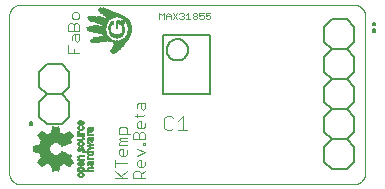
<source format=gto>
G75*
%MOIN*%
%OFA0B0*%
%FSLAX25Y25*%
%IPPOS*%
%LPD*%
%AMOC8*
5,1,8,0,0,1.08239X$1,22.5*
%
%ADD10C,0.00000*%
%ADD11C,0.00300*%
%ADD12C,0.00600*%
%ADD13C,0.00500*%
%ADD14C,0.00200*%
%ADD15C,0.00400*%
%ADD16R,0.00040X0.00520*%
%ADD17R,0.00040X0.00520*%
%ADD18R,0.00040X0.00760*%
%ADD19R,0.00040X0.00640*%
%ADD20R,0.00040X0.00440*%
%ADD21R,0.00040X0.00480*%
%ADD22R,0.00040X0.00520*%
%ADD23R,0.00040X0.00520*%
%ADD24R,0.00040X0.01400*%
%ADD25R,0.00040X0.00800*%
%ADD26R,0.00040X0.00480*%
%ADD27R,0.00040X0.00960*%
%ADD28R,0.00040X0.01440*%
%ADD29R,0.00040X0.01080*%
%ADD30R,0.00040X0.01520*%
%ADD31R,0.00040X0.01440*%
%ADD32R,0.00040X0.00560*%
%ADD33R,0.00040X0.01480*%
%ADD34R,0.00040X0.01200*%
%ADD35R,0.00040X0.01560*%
%ADD36R,0.00040X0.01320*%
%ADD37R,0.00040X0.01560*%
%ADD38R,0.00040X0.01520*%
%ADD39R,0.00040X0.00600*%
%ADD40R,0.00040X0.00560*%
%ADD41R,0.00040X0.01400*%
%ADD42R,0.00040X0.01600*%
%ADD43R,0.00040X0.00600*%
%ADD44R,0.00040X0.00640*%
%ADD45R,0.00040X0.01640*%
%ADD46R,0.00040X0.00680*%
%ADD47R,0.00040X0.01680*%
%ADD48R,0.00040X0.01680*%
%ADD49R,0.00040X0.01640*%
%ADD50R,0.00040X0.00720*%
%ADD51R,0.00040X0.01480*%
%ADD52R,0.00040X0.00760*%
%ADD53R,0.00040X0.00720*%
%ADD54R,0.00040X0.00640*%
%ADD55R,0.00040X0.00360*%
%ADD56R,0.00040X0.00240*%
%ADD57R,0.00040X0.00160*%
%ADD58R,0.00040X0.00840*%
%ADD59R,0.00040X0.00080*%
%ADD60R,0.00040X0.00880*%
%ADD61R,0.00040X0.00920*%
%ADD62R,0.00040X0.00960*%
%ADD63R,0.00040X0.01640*%
%ADD64R,0.00040X0.01760*%
%ADD65R,0.00040X0.00440*%
%ADD66R,0.00040X0.01000*%
%ADD67R,0.00040X0.01760*%
%ADD68R,0.00040X0.00440*%
%ADD69R,0.00040X0.01320*%
%ADD70R,0.00040X0.01200*%
%ADD71R,0.00040X0.00920*%
%ADD72R,0.00040X0.00840*%
%ADD73R,0.00040X0.00800*%
%ADD74R,0.00040X0.00080*%
%ADD75R,0.00040X0.00120*%
%ADD76R,0.00040X0.00240*%
%ADD77R,0.00040X0.00720*%
%ADD78R,0.00040X0.00200*%
%ADD79R,0.00040X0.00400*%
%ADD80R,0.00040X0.01240*%
%ADD81R,0.00040X0.01640*%
%ADD82R,0.00040X0.01440*%
%ADD83R,0.00040X0.01280*%
%ADD84R,0.00040X0.01520*%
%ADD85R,0.00040X0.01280*%
%ADD86R,0.00040X0.01520*%
%ADD87R,0.00040X0.01360*%
%ADD88R,0.00040X0.01440*%
%ADD89R,0.00040X0.01240*%
%ADD90R,0.00040X0.01120*%
%ADD91R,0.00040X0.01240*%
%ADD92R,0.00040X0.01040*%
%ADD93R,0.00040X0.00840*%
%ADD94R,0.00040X0.00440*%
%ADD95R,0.00040X0.00400*%
%ADD96R,0.00040X0.00320*%
%ADD97R,0.00040X0.00920*%
%ADD98R,0.00040X0.01040*%
%ADD99R,0.00040X0.01000*%
%ADD100R,0.00040X0.01080*%
%ADD101R,0.00040X0.01160*%
%ADD102R,0.00040X0.01040*%
%ADD103R,0.00040X0.01160*%
%ADD104R,0.00040X0.01600*%
%ADD105R,0.00040X0.01720*%
%ADD106R,0.00040X0.01720*%
%ADD107R,0.00040X0.00640*%
%ADD108R,0.00040X0.00680*%
%ADD109R,0.00040X0.00360*%
%ADD110R,0.00040X0.00280*%
%ADD111R,0.00040X0.00120*%
%ADD112R,0.00040X0.00040*%
%ADD113R,0.00040X0.00040*%
%ADD114R,0.00040X0.01320*%
%ADD115R,0.00040X0.00280*%
%ADD116R,0.00040X0.00320*%
%ADD117R,0.00040X0.01320*%
%ADD118R,0.00040X0.01120*%
%ADD119R,0.00040X0.01120*%
%ADD120R,0.00040X0.01800*%
%ADD121R,0.00040X0.01920*%
%ADD122R,0.00040X0.01920*%
%ADD123R,0.00040X0.02000*%
%ADD124R,0.00040X0.02120*%
%ADD125R,0.00040X0.02200*%
%ADD126R,0.00040X0.02320*%
%ADD127R,0.00040X0.02400*%
%ADD128R,0.00040X0.02520*%
%ADD129R,0.00040X0.02600*%
%ADD130R,0.00040X0.00880*%
%ADD131R,0.00040X0.03680*%
%ADD132R,0.00040X0.03720*%
%ADD133R,0.00040X0.03800*%
%ADD134R,0.00040X0.03840*%
%ADD135R,0.00040X0.03840*%
%ADD136R,0.00040X0.03920*%
%ADD137R,0.00040X0.03960*%
%ADD138R,0.00040X0.04000*%
%ADD139R,0.00040X0.04080*%
%ADD140R,0.00040X0.04120*%
%ADD141R,0.00040X0.04160*%
%ADD142R,0.00040X0.04200*%
%ADD143R,0.00040X0.04200*%
%ADD144R,0.00040X0.04160*%
%ADD145R,0.00040X0.04120*%
%ADD146R,0.00040X0.04080*%
%ADD147R,0.00040X0.04040*%
%ADD148R,0.00040X0.04040*%
%ADD149R,0.00040X0.04040*%
%ADD150R,0.00040X0.04040*%
%ADD151R,0.00040X0.03960*%
%ADD152R,0.00040X0.03920*%
%ADD153R,0.00040X0.03920*%
%ADD154R,0.00040X0.03880*%
%ADD155R,0.00040X0.03920*%
%ADD156R,0.00040X0.03880*%
%ADD157R,0.00040X0.03800*%
%ADD158R,0.00040X0.04240*%
%ADD159R,0.00040X0.04240*%
%ADD160R,0.00040X0.04280*%
%ADD161R,0.00040X0.04360*%
%ADD162R,0.00040X0.04400*%
%ADD163R,0.00040X0.04440*%
%ADD164R,0.00040X0.04520*%
%ADD165R,0.00040X0.04520*%
%ADD166R,0.00040X0.04520*%
%ADD167R,0.00040X0.04520*%
%ADD168R,0.00040X0.04480*%
%ADD169R,0.00040X0.04440*%
%ADD170R,0.00040X0.04400*%
%ADD171R,0.00040X0.04360*%
%ADD172R,0.00040X0.04320*%
%ADD173R,0.00040X0.04240*%
%ADD174R,0.00040X0.04320*%
%ADD175R,0.00040X0.04320*%
%ADD176R,0.00040X0.04560*%
%ADD177R,0.00040X0.04720*%
%ADD178R,0.00040X0.04920*%
%ADD179R,0.00040X0.04920*%
%ADD180R,0.00040X0.05080*%
%ADD181R,0.00040X0.05240*%
%ADD182R,0.00040X0.05240*%
%ADD183R,0.00040X0.05480*%
%ADD184R,0.00040X0.05640*%
%ADD185R,0.00040X0.05640*%
%ADD186R,0.00040X0.05680*%
%ADD187R,0.00040X0.05640*%
%ADD188R,0.00040X0.05600*%
%ADD189R,0.00040X0.05600*%
%ADD190R,0.00040X0.05560*%
%ADD191R,0.00040X0.05520*%
%ADD192R,0.00040X0.05520*%
%ADD193R,0.00040X0.05480*%
%ADD194R,0.00040X0.05440*%
%ADD195R,0.00040X0.05440*%
%ADD196R,0.00040X0.05560*%
%ADD197R,0.00040X0.05680*%
%ADD198R,0.00040X0.05440*%
%ADD199R,0.00040X0.05280*%
%ADD200R,0.00040X0.04920*%
%ADD201R,0.00040X0.04600*%
%ADD202R,0.00040X0.04840*%
%ADD203R,0.00040X0.10440*%
%ADD204R,0.00040X0.10360*%
%ADD205R,0.00040X0.10360*%
%ADD206R,0.00040X0.10280*%
%ADD207R,0.00040X0.10200*%
%ADD208R,0.00040X0.10200*%
%ADD209R,0.00040X0.10120*%
%ADD210R,0.00040X0.10040*%
%ADD211R,0.00040X0.10040*%
%ADD212R,0.00040X0.09960*%
%ADD213R,0.00040X0.09880*%
%ADD214R,0.00040X0.09880*%
%ADD215R,0.00040X0.09800*%
%ADD216R,0.00040X0.09720*%
%ADD217R,0.00040X0.09720*%
%ADD218R,0.00040X0.10280*%
%ADD219R,0.00040X0.10520*%
%ADD220R,0.00040X0.10520*%
%ADD221R,0.00040X0.10600*%
%ADD222R,0.00040X0.10680*%
%ADD223R,0.00040X0.10760*%
%ADD224R,0.00040X0.10840*%
%ADD225R,0.00040X0.10920*%
%ADD226R,0.00040X0.11000*%
%ADD227R,0.00040X0.11080*%
%ADD228R,0.00040X0.11080*%
%ADD229R,0.00040X0.11160*%
%ADD230R,0.00040X0.11240*%
%ADD231R,0.00040X0.11320*%
%ADD232R,0.00040X0.11400*%
%ADD233R,0.00040X0.11400*%
%ADD234R,0.00040X0.11480*%
%ADD235R,0.00040X0.11560*%
%ADD236R,0.00040X0.11640*%
%ADD237R,0.00040X0.11640*%
%ADD238R,0.00040X0.11720*%
%ADD239R,0.00040X0.11800*%
%ADD240R,0.00040X0.11880*%
%ADD241R,0.00040X0.11880*%
%ADD242R,0.00040X0.11960*%
%ADD243R,0.00040X0.11720*%
%ADD244R,0.00040X0.11320*%
%ADD245R,0.00040X0.02760*%
%ADD246R,0.00040X0.05400*%
%ADD247R,0.00040X0.02640*%
%ADD248R,0.00040X0.05160*%
%ADD249R,0.00040X0.02560*%
%ADD250R,0.00040X0.05000*%
%ADD251R,0.00040X0.02440*%
%ADD252R,0.00040X0.04760*%
%ADD253R,0.00040X0.02440*%
%ADD254R,0.00040X0.02360*%
%ADD255R,0.00040X0.04600*%
%ADD256R,0.00040X0.02280*%
%ADD257R,0.00040X0.02240*%
%ADD258R,0.00040X0.02160*%
%ADD259R,0.00040X0.02080*%
%ADD260R,0.00040X0.01960*%
%ADD261R,0.00040X0.01880*%
%ADD262R,0.00040X0.03640*%
%ADD263R,0.00040X0.03400*%
%ADD264R,0.00040X0.03240*%
%ADD265R,0.00040X0.03000*%
%ADD266R,0.00040X0.02920*%
%ADD267R,0.00040X0.01360*%
%ADD268R,0.00040X0.02840*%
%ADD269R,0.00040X0.02840*%
%ADD270R,0.00040X0.02760*%
%ADD271R,0.00040X0.02680*%
%ADD272R,0.00040X0.02680*%
%ADD273R,0.00040X0.02600*%
%ADD274R,0.00040X0.02520*%
%ADD275R,0.00040X0.02520*%
%ADD276R,0.00040X0.02440*%
%ADD277R,0.00040X0.02360*%
%ADD278R,0.00040X0.02280*%
%ADD279R,0.00040X0.02200*%
%ADD280R,0.00040X0.02120*%
%ADD281R,0.00035X0.00770*%
%ADD282R,0.00035X0.01400*%
%ADD283R,0.00035X0.01855*%
%ADD284R,0.00035X0.02170*%
%ADD285R,0.00035X0.02485*%
%ADD286R,0.00035X0.02765*%
%ADD287R,0.00035X0.02975*%
%ADD288R,0.00035X0.03220*%
%ADD289R,0.00035X0.03395*%
%ADD290R,0.00035X0.03605*%
%ADD291R,0.00035X0.03780*%
%ADD292R,0.00035X0.03955*%
%ADD293R,0.00035X0.04130*%
%ADD294R,0.00035X0.04270*%
%ADD295R,0.00035X0.04375*%
%ADD296R,0.00035X0.04550*%
%ADD297R,0.00035X0.04690*%
%ADD298R,0.00035X0.04865*%
%ADD299R,0.00035X0.04970*%
%ADD300R,0.00035X0.05110*%
%ADD301R,0.00035X0.05215*%
%ADD302R,0.00035X0.05355*%
%ADD303R,0.00035X0.05460*%
%ADD304R,0.00035X0.05600*%
%ADD305R,0.00035X0.05705*%
%ADD306R,0.00035X0.05810*%
%ADD307R,0.00035X0.05915*%
%ADD308R,0.00035X0.06055*%
%ADD309R,0.00035X0.06160*%
%ADD310R,0.00035X0.06265*%
%ADD311R,0.00035X0.06335*%
%ADD312R,0.00035X0.06440*%
%ADD313R,0.00035X0.06545*%
%ADD314R,0.00035X0.03080*%
%ADD315R,0.00035X0.02660*%
%ADD316R,0.00035X0.02870*%
%ADD317R,0.00035X0.02415*%
%ADD318R,0.00035X0.02730*%
%ADD319R,0.00035X0.02310*%
%ADD320R,0.00035X0.02695*%
%ADD321R,0.00035X0.02170*%
%ADD322R,0.00035X0.02590*%
%ADD323R,0.00035X0.02100*%
%ADD324R,0.00035X0.02520*%
%ADD325R,0.00035X0.02030*%
%ADD326R,0.00035X0.02450*%
%ADD327R,0.00035X0.01960*%
%ADD328R,0.00035X0.01890*%
%ADD329R,0.00035X0.02380*%
%ADD330R,0.00035X0.01785*%
%ADD331R,0.00035X0.01750*%
%ADD332R,0.00035X0.01715*%
%ADD333R,0.00035X0.02275*%
%ADD334R,0.00035X0.01645*%
%ADD335R,0.00035X0.02240*%
%ADD336R,0.00035X0.01610*%
%ADD337R,0.00035X0.02240*%
%ADD338R,0.00035X0.01575*%
%ADD339R,0.00035X0.01540*%
%ADD340R,0.00035X0.02205*%
%ADD341R,0.00035X0.01505*%
%ADD342R,0.00035X0.01470*%
%ADD343R,0.00035X0.01435*%
%ADD344R,0.00035X0.01365*%
%ADD345R,0.00035X0.01330*%
%ADD346R,0.00035X0.01295*%
%ADD347R,0.00035X0.01295*%
%ADD348R,0.00035X0.01260*%
%ADD349R,0.00035X0.01190*%
%ADD350R,0.00035X0.01225*%
%ADD351R,0.00035X0.00385*%
%ADD352R,0.00035X0.00980*%
%ADD353R,0.00035X0.01155*%
%ADD354R,0.00035X0.01645*%
%ADD355R,0.00035X0.01015*%
%ADD356R,0.00035X0.01050*%
%ADD357R,0.00035X0.02345*%
%ADD358R,0.00035X0.01085*%
%ADD359R,0.00035X0.02905*%
%ADD360R,0.00035X0.03045*%
%ADD361R,0.00035X0.01120*%
%ADD362R,0.00035X0.02345*%
%ADD363R,0.00035X0.03255*%
%ADD364R,0.00035X0.01120*%
%ADD365R,0.00035X0.03500*%
%ADD366R,0.00035X0.02415*%
%ADD367R,0.00035X0.03640*%
%ADD368R,0.00035X0.04900*%
%ADD369R,0.00035X0.04935*%
%ADD370R,0.00035X0.05005*%
%ADD371R,0.00035X0.01680*%
%ADD372R,0.00035X0.02065*%
%ADD373R,0.00035X0.02555*%
%ADD374R,0.00035X0.02590*%
%ADD375R,0.00035X0.02625*%
%ADD376R,0.00035X0.02695*%
%ADD377R,0.00035X0.01470*%
%ADD378R,0.00035X0.02765*%
%ADD379R,0.00035X0.02800*%
%ADD380R,0.00035X0.02835*%
%ADD381R,0.00035X0.01365*%
%ADD382R,0.00035X0.02940*%
%ADD383R,0.00035X0.03010*%
%ADD384R,0.00035X0.03045*%
%ADD385R,0.00035X0.03115*%
%ADD386R,0.00035X0.03150*%
%ADD387R,0.00035X0.03185*%
%ADD388R,0.00035X0.03220*%
%ADD389R,0.00035X0.01190*%
%ADD390R,0.00035X0.03290*%
%ADD391R,0.00035X0.03325*%
%ADD392R,0.00035X0.03360*%
%ADD393R,0.00035X0.03430*%
%ADD394R,0.00035X0.03465*%
%ADD395R,0.00035X0.03535*%
%ADD396R,0.00035X0.03570*%
%ADD397R,0.00035X0.03675*%
%ADD398R,0.00035X0.03710*%
%ADD399R,0.00035X0.03745*%
%ADD400R,0.00035X0.03815*%
%ADD401R,0.00035X0.03850*%
%ADD402R,0.00035X0.03885*%
%ADD403R,0.00035X0.03920*%
%ADD404R,0.00035X0.03990*%
%ADD405R,0.00035X0.04025*%
%ADD406R,0.00035X0.02870*%
%ADD407R,0.00035X0.04095*%
%ADD408R,0.00035X0.04165*%
%ADD409R,0.00035X0.04200*%
%ADD410R,0.00035X0.04235*%
%ADD411R,0.00035X0.04270*%
%ADD412R,0.00035X0.01820*%
%ADD413R,0.00035X0.04305*%
%ADD414R,0.00035X0.04340*%
%ADD415R,0.00035X0.01925*%
%ADD416R,0.00035X0.04410*%
%ADD417R,0.00035X0.00945*%
%ADD418R,0.00035X0.00875*%
%ADD419R,0.00035X0.00840*%
%ADD420R,0.00035X0.02135*%
%ADD421R,0.00035X0.00805*%
%ADD422R,0.00035X0.00735*%
%ADD423R,0.00035X0.01995*%
%ADD424R,0.00035X0.02520*%
%ADD425R,0.00035X0.01540*%
%ADD426R,0.00035X0.00770*%
%ADD427R,0.00035X0.00665*%
%ADD428R,0.00035X0.00420*%
%ADD429R,0.00035X0.00910*%
%ADD430R,0.00035X0.04060*%
%ADD431R,0.00035X0.01015*%
%ADD432R,0.00035X0.03115*%
%ADD433R,0.00035X0.03395*%
%ADD434R,0.00035X0.03745*%
%ADD435R,0.00035X0.04340*%
%ADD436R,0.00035X0.04480*%
%ADD437R,0.00035X0.02065*%
%ADD438R,0.00035X0.04515*%
%ADD439R,0.00035X0.04585*%
%ADD440R,0.00035X0.04760*%
%ADD441R,0.00035X0.04830*%
%ADD442R,0.00035X0.07805*%
%ADD443R,0.00035X0.07840*%
%ADD444R,0.00035X0.07875*%
%ADD445R,0.00035X0.07910*%
%ADD446R,0.00035X0.07945*%
%ADD447R,0.00035X0.07980*%
%ADD448R,0.00035X0.08015*%
%ADD449R,0.00035X0.08050*%
%ADD450R,0.00035X0.05635*%
%ADD451R,0.00035X0.01995*%
%ADD452R,0.00035X0.01890*%
%ADD453R,0.00035X0.01715*%
%ADD454R,0.00035X0.00945*%
%ADD455R,0.00035X0.00560*%
%ADD456R,0.00035X0.01820*%
%ADD457R,0.00035X0.00700*%
%ADD458R,0.00035X0.00630*%
%ADD459R,0.00035X0.00525*%
%ADD460R,0.00035X0.00175*%
%ADD461R,0.00035X0.00595*%
%ADD462R,0.00035X0.00490*%
%ADD463R,0.00035X0.00210*%
%ADD464R,0.00035X0.00490*%
%ADD465R,0.00035X0.00315*%
D10*
X0005892Y0003769D02*
X0116719Y0003769D01*
X0116843Y0003771D01*
X0116966Y0003777D01*
X0117090Y0003786D01*
X0117212Y0003800D01*
X0117335Y0003817D01*
X0117457Y0003839D01*
X0117578Y0003864D01*
X0117698Y0003893D01*
X0117817Y0003925D01*
X0117936Y0003962D01*
X0118053Y0004002D01*
X0118168Y0004045D01*
X0118283Y0004093D01*
X0118395Y0004144D01*
X0118506Y0004198D01*
X0118616Y0004256D01*
X0118723Y0004317D01*
X0118829Y0004382D01*
X0118932Y0004450D01*
X0119033Y0004521D01*
X0119132Y0004595D01*
X0119229Y0004672D01*
X0119323Y0004753D01*
X0119414Y0004836D01*
X0119503Y0004922D01*
X0119589Y0005011D01*
X0119672Y0005102D01*
X0119753Y0005196D01*
X0119830Y0005293D01*
X0119904Y0005392D01*
X0119975Y0005493D01*
X0120043Y0005596D01*
X0120108Y0005702D01*
X0120169Y0005809D01*
X0120227Y0005919D01*
X0120281Y0006030D01*
X0120332Y0006142D01*
X0120380Y0006257D01*
X0120423Y0006372D01*
X0120463Y0006489D01*
X0120500Y0006608D01*
X0120532Y0006727D01*
X0120561Y0006847D01*
X0120586Y0006968D01*
X0120608Y0007090D01*
X0120625Y0007213D01*
X0120639Y0007335D01*
X0120648Y0007459D01*
X0120654Y0007582D01*
X0120656Y0007706D01*
X0120656Y0059792D01*
X0120654Y0059916D01*
X0120648Y0060039D01*
X0120639Y0060163D01*
X0120625Y0060285D01*
X0120608Y0060408D01*
X0120586Y0060530D01*
X0120561Y0060651D01*
X0120532Y0060771D01*
X0120500Y0060890D01*
X0120463Y0061009D01*
X0120423Y0061126D01*
X0120380Y0061241D01*
X0120332Y0061356D01*
X0120281Y0061468D01*
X0120227Y0061579D01*
X0120169Y0061689D01*
X0120108Y0061796D01*
X0120043Y0061902D01*
X0119975Y0062005D01*
X0119904Y0062106D01*
X0119830Y0062205D01*
X0119753Y0062302D01*
X0119672Y0062396D01*
X0119589Y0062487D01*
X0119503Y0062576D01*
X0119414Y0062662D01*
X0119323Y0062745D01*
X0119229Y0062826D01*
X0119132Y0062903D01*
X0119033Y0062977D01*
X0118932Y0063048D01*
X0118829Y0063116D01*
X0118723Y0063181D01*
X0118616Y0063242D01*
X0118506Y0063300D01*
X0118395Y0063354D01*
X0118283Y0063405D01*
X0118168Y0063453D01*
X0118053Y0063496D01*
X0117936Y0063536D01*
X0117817Y0063573D01*
X0117698Y0063605D01*
X0117578Y0063634D01*
X0117457Y0063659D01*
X0117335Y0063681D01*
X0117212Y0063698D01*
X0117090Y0063712D01*
X0116966Y0063721D01*
X0116843Y0063727D01*
X0116719Y0063729D01*
X0005892Y0063729D01*
X0005768Y0063727D01*
X0005645Y0063721D01*
X0005521Y0063712D01*
X0005399Y0063698D01*
X0005276Y0063681D01*
X0005154Y0063659D01*
X0005033Y0063634D01*
X0004913Y0063605D01*
X0004794Y0063573D01*
X0004675Y0063536D01*
X0004558Y0063496D01*
X0004443Y0063453D01*
X0004328Y0063405D01*
X0004216Y0063354D01*
X0004105Y0063300D01*
X0003995Y0063242D01*
X0003888Y0063181D01*
X0003782Y0063116D01*
X0003679Y0063048D01*
X0003578Y0062977D01*
X0003479Y0062903D01*
X0003382Y0062826D01*
X0003288Y0062745D01*
X0003197Y0062662D01*
X0003108Y0062576D01*
X0003022Y0062487D01*
X0002939Y0062396D01*
X0002858Y0062302D01*
X0002781Y0062205D01*
X0002707Y0062106D01*
X0002636Y0062005D01*
X0002568Y0061902D01*
X0002503Y0061796D01*
X0002442Y0061689D01*
X0002384Y0061579D01*
X0002330Y0061468D01*
X0002279Y0061356D01*
X0002231Y0061241D01*
X0002188Y0061126D01*
X0002148Y0061009D01*
X0002111Y0060890D01*
X0002079Y0060771D01*
X0002050Y0060651D01*
X0002025Y0060530D01*
X0002003Y0060408D01*
X0001986Y0060285D01*
X0001972Y0060163D01*
X0001963Y0060039D01*
X0001957Y0059916D01*
X0001955Y0059792D01*
X0001955Y0007706D01*
X0001957Y0007582D01*
X0001963Y0007459D01*
X0001972Y0007335D01*
X0001986Y0007213D01*
X0002003Y0007090D01*
X0002025Y0006968D01*
X0002050Y0006847D01*
X0002079Y0006727D01*
X0002111Y0006608D01*
X0002148Y0006489D01*
X0002188Y0006372D01*
X0002231Y0006257D01*
X0002279Y0006142D01*
X0002330Y0006030D01*
X0002384Y0005919D01*
X0002442Y0005809D01*
X0002503Y0005702D01*
X0002568Y0005596D01*
X0002636Y0005493D01*
X0002707Y0005392D01*
X0002781Y0005293D01*
X0002858Y0005196D01*
X0002939Y0005102D01*
X0003022Y0005011D01*
X0003108Y0004922D01*
X0003197Y0004836D01*
X0003288Y0004753D01*
X0003382Y0004672D01*
X0003479Y0004595D01*
X0003578Y0004521D01*
X0003679Y0004450D01*
X0003782Y0004382D01*
X0003888Y0004317D01*
X0003995Y0004256D01*
X0004105Y0004198D01*
X0004216Y0004144D01*
X0004328Y0004093D01*
X0004443Y0004045D01*
X0004558Y0004002D01*
X0004675Y0003962D01*
X0004794Y0003925D01*
X0004913Y0003893D01*
X0005033Y0003864D01*
X0005154Y0003839D01*
X0005276Y0003817D01*
X0005399Y0003800D01*
X0005521Y0003786D01*
X0005645Y0003777D01*
X0005768Y0003771D01*
X0005892Y0003769D01*
D11*
X0037378Y0005887D02*
X0041081Y0005887D01*
X0039847Y0005887D02*
X0037378Y0008356D01*
X0037378Y0009570D02*
X0037378Y0012039D01*
X0038612Y0013870D02*
X0039229Y0013253D01*
X0040464Y0013253D01*
X0041081Y0013870D01*
X0041081Y0015105D01*
X0039847Y0015722D02*
X0039847Y0013253D01*
X0038612Y0013870D02*
X0038612Y0015105D01*
X0039229Y0015722D01*
X0039847Y0015722D01*
X0041081Y0016936D02*
X0038612Y0016936D01*
X0038612Y0017554D01*
X0039229Y0018171D01*
X0038612Y0018788D01*
X0039229Y0019405D01*
X0041081Y0019405D01*
X0041081Y0020620D02*
X0041081Y0022471D01*
X0040464Y0023088D01*
X0039229Y0023088D01*
X0038612Y0022471D01*
X0038612Y0020620D01*
X0042315Y0020620D01*
X0043378Y0020630D02*
X0043995Y0021247D01*
X0044612Y0021247D01*
X0045229Y0020630D01*
X0045229Y0018778D01*
X0043378Y0018778D02*
X0043378Y0020630D01*
X0045229Y0020630D02*
X0045847Y0021247D01*
X0046464Y0021247D01*
X0047081Y0020630D01*
X0047081Y0018778D01*
X0043378Y0018778D01*
X0041081Y0018171D02*
X0039229Y0018171D01*
X0044612Y0015722D02*
X0047081Y0014488D01*
X0044612Y0013253D01*
X0045229Y0012039D02*
X0045847Y0012039D01*
X0045847Y0009570D01*
X0046464Y0009570D02*
X0045229Y0009570D01*
X0044612Y0010187D01*
X0044612Y0011422D01*
X0045229Y0012039D01*
X0047081Y0011422D02*
X0047081Y0010187D01*
X0046464Y0009570D01*
X0047081Y0008356D02*
X0045847Y0007121D01*
X0045847Y0007739D02*
X0045847Y0005887D01*
X0047081Y0005887D02*
X0043378Y0005887D01*
X0043378Y0007739D01*
X0043995Y0008356D01*
X0045229Y0008356D01*
X0045847Y0007739D01*
X0041081Y0008356D02*
X0039229Y0006504D01*
X0041081Y0010805D02*
X0037378Y0010805D01*
X0046464Y0016936D02*
X0046464Y0017554D01*
X0047081Y0017554D01*
X0047081Y0016936D01*
X0046464Y0016936D01*
X0046464Y0022461D02*
X0045229Y0022461D01*
X0044612Y0023078D01*
X0044612Y0024313D01*
X0045229Y0024930D01*
X0045847Y0024930D01*
X0045847Y0022461D01*
X0046464Y0022461D02*
X0047081Y0023078D01*
X0047081Y0024313D01*
X0044612Y0026144D02*
X0044612Y0027379D01*
X0043995Y0026761D02*
X0046464Y0026761D01*
X0047081Y0027379D01*
X0046464Y0028600D02*
X0045847Y0029217D01*
X0045847Y0031069D01*
X0045229Y0031069D02*
X0044612Y0030451D01*
X0044612Y0029217D01*
X0046464Y0028600D02*
X0047081Y0029217D01*
X0047081Y0031069D01*
X0045229Y0031069D01*
X0025270Y0047733D02*
X0021567Y0047733D01*
X0021567Y0050202D01*
X0023418Y0048968D02*
X0023418Y0047733D01*
X0024653Y0051416D02*
X0024036Y0052034D01*
X0024036Y0053885D01*
X0023418Y0053885D02*
X0025270Y0053885D01*
X0025270Y0052034D01*
X0024653Y0051416D01*
X0022801Y0052034D02*
X0022801Y0053268D01*
X0023418Y0053885D01*
X0023418Y0055100D02*
X0023418Y0056951D01*
X0024036Y0057568D01*
X0024653Y0057568D01*
X0025270Y0056951D01*
X0025270Y0055100D01*
X0021567Y0055100D01*
X0021567Y0056951D01*
X0022184Y0057568D01*
X0022801Y0057568D01*
X0023418Y0056951D01*
X0023418Y0058783D02*
X0024653Y0058783D01*
X0025270Y0059400D01*
X0025270Y0060634D01*
X0024653Y0061252D01*
X0023418Y0061252D01*
X0022801Y0060634D01*
X0022801Y0059400D01*
X0023418Y0058783D01*
D12*
X0019455Y0043769D02*
X0014455Y0043769D01*
X0011955Y0041269D01*
X0011955Y0036269D01*
X0014455Y0033769D01*
X0019455Y0033769D01*
X0021955Y0036269D01*
X0021955Y0041269D01*
X0019455Y0043769D01*
X0019455Y0033769D02*
X0021955Y0031269D01*
X0021955Y0026269D01*
X0019455Y0023769D01*
X0014455Y0023769D01*
X0011955Y0026269D01*
X0011955Y0031269D01*
X0014455Y0033769D01*
X0106955Y0031269D02*
X0106955Y0036269D01*
X0109455Y0038769D01*
X0106955Y0041269D01*
X0106955Y0046269D01*
X0109455Y0048769D01*
X0106955Y0051269D01*
X0106955Y0056269D01*
X0109455Y0058769D01*
X0114455Y0058769D01*
X0116955Y0056269D01*
X0116955Y0051269D01*
X0114455Y0048769D01*
X0116955Y0046269D01*
X0116955Y0041269D01*
X0114455Y0038769D01*
X0109455Y0038769D01*
X0114455Y0038769D02*
X0116955Y0036269D01*
X0116955Y0031269D01*
X0114455Y0028769D01*
X0116955Y0026269D01*
X0116955Y0021269D01*
X0114455Y0018769D01*
X0116955Y0016269D01*
X0116955Y0011269D01*
X0114455Y0008769D01*
X0109455Y0008769D01*
X0106955Y0011269D01*
X0106955Y0016269D01*
X0109455Y0018769D01*
X0106955Y0021269D01*
X0106955Y0026269D01*
X0109455Y0028769D01*
X0106955Y0031269D01*
X0109455Y0028769D02*
X0114455Y0028769D01*
X0114455Y0018769D02*
X0109455Y0018769D01*
X0109455Y0048769D02*
X0114455Y0048769D01*
D13*
X0123155Y0054715D02*
X0123155Y0055465D01*
X0123905Y0055465D01*
X0123905Y0054715D01*
X0123155Y0054715D01*
X0123155Y0057017D02*
X0123155Y0057767D01*
X0123905Y0057767D01*
X0123905Y0057017D01*
X0123155Y0057017D01*
X0068845Y0053611D02*
X0068845Y0033926D01*
X0053097Y0033926D01*
X0053097Y0053611D01*
X0068845Y0053611D01*
X0054469Y0048690D02*
X0054471Y0048809D01*
X0054477Y0048927D01*
X0054487Y0049045D01*
X0054501Y0049163D01*
X0054518Y0049280D01*
X0054540Y0049397D01*
X0054566Y0049513D01*
X0054595Y0049628D01*
X0054628Y0049741D01*
X0054665Y0049854D01*
X0054706Y0049966D01*
X0054751Y0050075D01*
X0054799Y0050184D01*
X0054850Y0050291D01*
X0054906Y0050396D01*
X0054964Y0050499D01*
X0055027Y0050600D01*
X0055092Y0050699D01*
X0055161Y0050795D01*
X0055233Y0050889D01*
X0055308Y0050981D01*
X0055386Y0051071D01*
X0055467Y0051157D01*
X0055551Y0051241D01*
X0055637Y0051322D01*
X0055727Y0051400D01*
X0055819Y0051475D01*
X0055913Y0051547D01*
X0056009Y0051616D01*
X0056108Y0051681D01*
X0056209Y0051744D01*
X0056312Y0051802D01*
X0056417Y0051858D01*
X0056524Y0051909D01*
X0056633Y0051957D01*
X0056742Y0052002D01*
X0056854Y0052043D01*
X0056967Y0052080D01*
X0057080Y0052113D01*
X0057195Y0052142D01*
X0057311Y0052168D01*
X0057428Y0052190D01*
X0057545Y0052207D01*
X0057663Y0052221D01*
X0057781Y0052231D01*
X0057899Y0052237D01*
X0058018Y0052239D01*
X0058137Y0052237D01*
X0058255Y0052231D01*
X0058373Y0052221D01*
X0058491Y0052207D01*
X0058608Y0052190D01*
X0058725Y0052168D01*
X0058841Y0052142D01*
X0058956Y0052113D01*
X0059069Y0052080D01*
X0059182Y0052043D01*
X0059294Y0052002D01*
X0059403Y0051957D01*
X0059512Y0051909D01*
X0059619Y0051858D01*
X0059724Y0051802D01*
X0059827Y0051744D01*
X0059928Y0051681D01*
X0060027Y0051616D01*
X0060123Y0051547D01*
X0060217Y0051475D01*
X0060309Y0051400D01*
X0060399Y0051322D01*
X0060485Y0051241D01*
X0060569Y0051157D01*
X0060650Y0051071D01*
X0060728Y0050981D01*
X0060803Y0050889D01*
X0060875Y0050795D01*
X0060944Y0050699D01*
X0061009Y0050600D01*
X0061072Y0050499D01*
X0061130Y0050396D01*
X0061186Y0050291D01*
X0061237Y0050184D01*
X0061285Y0050075D01*
X0061330Y0049966D01*
X0061371Y0049854D01*
X0061408Y0049741D01*
X0061441Y0049628D01*
X0061470Y0049513D01*
X0061496Y0049397D01*
X0061518Y0049280D01*
X0061535Y0049163D01*
X0061549Y0049045D01*
X0061559Y0048927D01*
X0061565Y0048809D01*
X0061567Y0048690D01*
X0061565Y0048571D01*
X0061559Y0048453D01*
X0061549Y0048335D01*
X0061535Y0048217D01*
X0061518Y0048100D01*
X0061496Y0047983D01*
X0061470Y0047867D01*
X0061441Y0047752D01*
X0061408Y0047639D01*
X0061371Y0047526D01*
X0061330Y0047414D01*
X0061285Y0047305D01*
X0061237Y0047196D01*
X0061186Y0047089D01*
X0061130Y0046984D01*
X0061072Y0046881D01*
X0061009Y0046780D01*
X0060944Y0046681D01*
X0060875Y0046585D01*
X0060803Y0046491D01*
X0060728Y0046399D01*
X0060650Y0046309D01*
X0060569Y0046223D01*
X0060485Y0046139D01*
X0060399Y0046058D01*
X0060309Y0045980D01*
X0060217Y0045905D01*
X0060123Y0045833D01*
X0060027Y0045764D01*
X0059928Y0045699D01*
X0059827Y0045636D01*
X0059724Y0045578D01*
X0059619Y0045522D01*
X0059512Y0045471D01*
X0059403Y0045423D01*
X0059294Y0045378D01*
X0059182Y0045337D01*
X0059069Y0045300D01*
X0058956Y0045267D01*
X0058841Y0045238D01*
X0058725Y0045212D01*
X0058608Y0045190D01*
X0058491Y0045173D01*
X0058373Y0045159D01*
X0058255Y0045149D01*
X0058137Y0045143D01*
X0058018Y0045141D01*
X0057899Y0045143D01*
X0057781Y0045149D01*
X0057663Y0045159D01*
X0057545Y0045173D01*
X0057428Y0045190D01*
X0057311Y0045212D01*
X0057195Y0045238D01*
X0057080Y0045267D01*
X0056967Y0045300D01*
X0056854Y0045337D01*
X0056742Y0045378D01*
X0056633Y0045423D01*
X0056524Y0045471D01*
X0056417Y0045522D01*
X0056312Y0045578D01*
X0056209Y0045636D01*
X0056108Y0045699D01*
X0056009Y0045764D01*
X0055913Y0045833D01*
X0055819Y0045905D01*
X0055727Y0045980D01*
X0055637Y0046058D01*
X0055551Y0046139D01*
X0055467Y0046223D01*
X0055386Y0046309D01*
X0055308Y0046399D01*
X0055233Y0046491D01*
X0055161Y0046585D01*
X0055092Y0046681D01*
X0055027Y0046780D01*
X0054964Y0046881D01*
X0054906Y0046984D01*
X0054850Y0047089D01*
X0054799Y0047196D01*
X0054751Y0047305D01*
X0054706Y0047414D01*
X0054665Y0047526D01*
X0054628Y0047639D01*
X0054595Y0047752D01*
X0054566Y0047867D01*
X0054540Y0047983D01*
X0054518Y0048100D01*
X0054501Y0048217D01*
X0054487Y0048335D01*
X0054477Y0048453D01*
X0054471Y0048571D01*
X0054469Y0048690D01*
X0009505Y0024469D02*
X0008755Y0024469D01*
X0008755Y0023719D01*
X0009505Y0023719D01*
X0009505Y0024469D01*
D14*
X0052055Y0058869D02*
X0052055Y0061070D01*
X0052789Y0060336D01*
X0053523Y0061070D01*
X0053523Y0058869D01*
X0054265Y0058869D02*
X0054265Y0060336D01*
X0054999Y0061070D01*
X0055733Y0060336D01*
X0055733Y0058869D01*
X0056475Y0058869D02*
X0057943Y0061070D01*
X0058685Y0060703D02*
X0059052Y0061070D01*
X0059786Y0061070D01*
X0060153Y0060703D01*
X0060153Y0060336D01*
X0059786Y0059969D01*
X0060153Y0059602D01*
X0060153Y0059235D01*
X0059786Y0058869D01*
X0059052Y0058869D01*
X0058685Y0059235D01*
X0057943Y0058869D02*
X0056475Y0061070D01*
X0055733Y0059969D02*
X0054265Y0059969D01*
X0059419Y0059969D02*
X0059786Y0059969D01*
X0060895Y0060336D02*
X0061629Y0061070D01*
X0061629Y0058869D01*
X0060895Y0058869D02*
X0062363Y0058869D01*
X0063105Y0059235D02*
X0063105Y0059602D01*
X0063472Y0059969D01*
X0064206Y0059969D01*
X0064573Y0059602D01*
X0064573Y0059235D01*
X0064206Y0058869D01*
X0063472Y0058869D01*
X0063105Y0059235D01*
X0063472Y0059969D02*
X0063105Y0060336D01*
X0063105Y0060703D01*
X0063472Y0061070D01*
X0064206Y0061070D01*
X0064573Y0060703D01*
X0064573Y0060336D01*
X0064206Y0059969D01*
X0065315Y0059969D02*
X0065315Y0061070D01*
X0066783Y0061070D01*
X0067525Y0061070D02*
X0067525Y0059969D01*
X0068258Y0060336D01*
X0068625Y0060336D01*
X0068992Y0059969D01*
X0068992Y0059235D01*
X0068625Y0058869D01*
X0067892Y0058869D01*
X0067525Y0059235D01*
X0066783Y0059235D02*
X0066416Y0058869D01*
X0065682Y0058869D01*
X0065315Y0059235D01*
X0066783Y0059235D02*
X0066783Y0059969D01*
X0066416Y0060336D01*
X0066049Y0060336D01*
X0065315Y0059969D01*
X0067525Y0061070D02*
X0068992Y0061070D01*
D15*
X0059794Y0026572D02*
X0059794Y0021969D01*
X0058259Y0021969D02*
X0061329Y0021969D01*
X0056725Y0022736D02*
X0055957Y0021969D01*
X0054423Y0021969D01*
X0053655Y0022736D01*
X0053655Y0025805D01*
X0054423Y0026572D01*
X0055957Y0026572D01*
X0056725Y0025805D01*
X0058259Y0025038D02*
X0059794Y0026572D01*
D16*
X0030203Y0020120D03*
X0030003Y0020120D03*
X0029803Y0020120D03*
X0029603Y0020120D03*
X0029403Y0020120D03*
X0029203Y0020120D03*
X0029003Y0020120D03*
X0028203Y0020120D03*
X0027003Y0020640D03*
X0026803Y0020640D03*
X0026603Y0020640D03*
X0026403Y0020640D03*
X0026203Y0020640D03*
X0026003Y0020640D03*
X0025803Y0020640D03*
X0026003Y0021920D03*
X0026203Y0021920D03*
X0028803Y0021520D03*
X0029603Y0021520D03*
X0025803Y0023640D03*
X0025603Y0023720D03*
X0028803Y0019280D03*
X0029603Y0019280D03*
X0028803Y0017480D03*
X0028403Y0016480D03*
X0028803Y0015440D03*
X0028403Y0015320D03*
X0028203Y0015280D03*
X0028203Y0014640D03*
X0028003Y0014640D03*
X0027803Y0014640D03*
X0027603Y0014640D03*
X0027403Y0014640D03*
X0026603Y0014840D03*
X0025603Y0014840D03*
X0025803Y0016640D03*
X0026003Y0016640D03*
X0026203Y0016640D03*
X0026403Y0016640D03*
X0026403Y0017840D03*
X0026003Y0017880D03*
X0025803Y0017840D03*
X0029003Y0014640D03*
X0029203Y0014640D03*
X0029403Y0014640D03*
X0030203Y0014640D03*
X0029403Y0013480D03*
X0029203Y0013480D03*
X0029003Y0013480D03*
X0027003Y0013240D03*
X0026803Y0013240D03*
X0026603Y0013240D03*
X0026403Y0013240D03*
X0026203Y0013240D03*
X0026003Y0013240D03*
X0025803Y0013240D03*
X0025803Y0012080D03*
X0025803Y0011320D03*
X0026403Y0010120D03*
X0028803Y0011280D03*
X0029603Y0011280D03*
X0030203Y0011280D03*
X0030203Y0012120D03*
X0030003Y0012120D03*
X0029803Y0012120D03*
X0029603Y0012120D03*
X0029403Y0012120D03*
X0029203Y0012120D03*
X0029003Y0012120D03*
X0028203Y0012120D03*
X0028203Y0008240D03*
X0028003Y0008240D03*
X0027803Y0008240D03*
X0027603Y0008240D03*
X0027403Y0008240D03*
X0027203Y0008240D03*
X0026203Y0008240D03*
X0026003Y0008240D03*
X0025803Y0008240D03*
X0025803Y0007480D03*
X0026003Y0007480D03*
X0026203Y0007480D03*
X0026403Y0007480D03*
X0029003Y0008240D03*
X0029203Y0008240D03*
X0029403Y0008240D03*
X0029603Y0008240D03*
X0029803Y0008240D03*
X0030003Y0008240D03*
X0030203Y0008240D03*
D17*
X0030203Y0009400D03*
X0030003Y0009400D03*
X0029803Y0009400D03*
X0029603Y0009400D03*
X0029403Y0009400D03*
X0029203Y0009400D03*
X0029003Y0009400D03*
X0026403Y0009400D03*
X0026203Y0009400D03*
X0026003Y0009400D03*
X0025803Y0009400D03*
X0028603Y0015400D03*
X0026403Y0016000D03*
X0028403Y0017600D03*
X0028603Y0017560D03*
X0026203Y0018600D03*
X0026003Y0018600D03*
X0025803Y0018600D03*
X0025603Y0018600D03*
X0025403Y0018600D03*
X0025203Y0018600D03*
X0025203Y0019800D03*
X0025403Y0019800D03*
X0025603Y0019800D03*
X0025803Y0019800D03*
X0026003Y0019800D03*
X0026203Y0019800D03*
X0026403Y0021960D03*
X0025803Y0021960D03*
D18*
X0030203Y0022160D03*
X0030203Y0018600D03*
X0030203Y0010600D03*
D19*
X0026603Y0010220D03*
X0026603Y0009300D03*
X0023403Y0011100D03*
X0030203Y0013940D03*
X0025803Y0014940D03*
X0028603Y0016460D03*
X0026603Y0017740D03*
X0023403Y0020020D03*
X0028203Y0022100D03*
D20*
X0030203Y0015880D03*
X0022803Y0013280D03*
X0026003Y0006280D03*
D21*
X0025803Y0006300D03*
X0026203Y0006300D03*
X0026403Y0006300D03*
X0025803Y0010100D03*
X0026003Y0012060D03*
X0026203Y0012060D03*
X0026403Y0012060D03*
X0026603Y0012060D03*
X0026803Y0012060D03*
X0027003Y0012060D03*
X0029603Y0010100D03*
X0029003Y0015500D03*
X0029203Y0015580D03*
X0029203Y0016180D03*
X0030203Y0017060D03*
X0029203Y0017380D03*
X0029003Y0017420D03*
X0029603Y0018100D03*
X0030203Y0019300D03*
X0026203Y0017860D03*
X0026603Y0023020D03*
X0026403Y0023660D03*
X0025803Y0024820D03*
D22*
X0026643Y0024680D03*
X0026483Y0023680D03*
X0026443Y0023680D03*
X0026363Y0023640D03*
X0026323Y0023640D03*
X0025843Y0023640D03*
X0025683Y0023680D03*
X0028843Y0022680D03*
X0028883Y0022680D03*
X0028923Y0022680D03*
X0028963Y0022680D03*
X0028843Y0021520D03*
X0029443Y0021480D03*
X0029563Y0021520D03*
X0029563Y0020120D03*
X0029523Y0020120D03*
X0029483Y0020120D03*
X0029443Y0020120D03*
X0029363Y0020120D03*
X0029323Y0020120D03*
X0029283Y0020120D03*
X0029243Y0020120D03*
X0029163Y0020120D03*
X0029123Y0020120D03*
X0029083Y0020120D03*
X0029043Y0020120D03*
X0028963Y0020120D03*
X0028283Y0020120D03*
X0028243Y0020120D03*
X0027083Y0020640D03*
X0027043Y0020640D03*
X0026963Y0020640D03*
X0026923Y0020640D03*
X0026883Y0020640D03*
X0026843Y0020640D03*
X0026763Y0020640D03*
X0026723Y0020640D03*
X0026683Y0020640D03*
X0026643Y0020640D03*
X0026563Y0020640D03*
X0026523Y0020640D03*
X0026483Y0020640D03*
X0026443Y0020640D03*
X0026363Y0020640D03*
X0026323Y0020640D03*
X0026283Y0020640D03*
X0026243Y0020640D03*
X0026163Y0020640D03*
X0026123Y0020640D03*
X0026083Y0020640D03*
X0026043Y0020640D03*
X0025963Y0020640D03*
X0025923Y0020640D03*
X0025883Y0020640D03*
X0025843Y0020640D03*
X0025763Y0020640D03*
X0025723Y0020640D03*
X0025123Y0020640D03*
X0025083Y0020640D03*
X0023443Y0020040D03*
X0025843Y0021920D03*
X0025883Y0021920D03*
X0025923Y0021920D03*
X0025963Y0021920D03*
X0026043Y0021920D03*
X0026083Y0021920D03*
X0026123Y0021920D03*
X0026163Y0021920D03*
X0026243Y0021920D03*
X0026283Y0021920D03*
X0026323Y0021920D03*
X0029643Y0020120D03*
X0029683Y0020120D03*
X0029723Y0020120D03*
X0029763Y0020120D03*
X0029843Y0020120D03*
X0029883Y0020120D03*
X0029923Y0020120D03*
X0029963Y0020120D03*
X0030043Y0020120D03*
X0030083Y0020120D03*
X0030123Y0020120D03*
X0030163Y0020120D03*
X0029683Y0019280D03*
X0029643Y0019280D03*
X0029563Y0019280D03*
X0029523Y0019280D03*
X0028963Y0019280D03*
X0028763Y0019280D03*
X0028723Y0019280D03*
X0029483Y0018120D03*
X0029683Y0018120D03*
X0029723Y0018120D03*
X0028963Y0017440D03*
X0028843Y0017480D03*
X0028723Y0017520D03*
X0028683Y0017520D03*
X0028643Y0017520D03*
X0028323Y0017640D03*
X0028283Y0017640D03*
X0030123Y0017080D03*
X0030123Y0015880D03*
X0030083Y0015880D03*
X0029043Y0015520D03*
X0028923Y0015480D03*
X0028883Y0015480D03*
X0028763Y0015440D03*
X0028723Y0015440D03*
X0028363Y0015320D03*
X0028323Y0015320D03*
X0028243Y0015280D03*
X0028243Y0014640D03*
X0028163Y0014640D03*
X0028123Y0014640D03*
X0028083Y0014640D03*
X0028043Y0014640D03*
X0027963Y0014640D03*
X0027923Y0014640D03*
X0027883Y0014640D03*
X0027843Y0014640D03*
X0027763Y0014640D03*
X0027723Y0014640D03*
X0027683Y0014640D03*
X0027643Y0014640D03*
X0027563Y0014640D03*
X0027523Y0014640D03*
X0027483Y0014640D03*
X0027443Y0014640D03*
X0028883Y0014640D03*
X0028923Y0014640D03*
X0028963Y0014640D03*
X0029043Y0014640D03*
X0029083Y0014640D03*
X0029123Y0014640D03*
X0029163Y0014640D03*
X0029243Y0014640D03*
X0029283Y0014640D03*
X0029323Y0014640D03*
X0029363Y0014640D03*
X0029443Y0014640D03*
X0029483Y0014640D03*
X0029523Y0014640D03*
X0030163Y0014640D03*
X0029523Y0013480D03*
X0029483Y0013480D03*
X0029443Y0013480D03*
X0029363Y0013480D03*
X0029323Y0013480D03*
X0029283Y0013480D03*
X0029243Y0013480D03*
X0029163Y0013480D03*
X0029123Y0013480D03*
X0029083Y0013480D03*
X0029043Y0013480D03*
X0028963Y0013480D03*
X0028923Y0013480D03*
X0028883Y0013480D03*
X0027123Y0013240D03*
X0027083Y0013240D03*
X0027043Y0013240D03*
X0026963Y0013240D03*
X0026923Y0013240D03*
X0026883Y0013240D03*
X0026843Y0013240D03*
X0026763Y0013240D03*
X0026723Y0013240D03*
X0026683Y0013240D03*
X0026643Y0013240D03*
X0026563Y0013240D03*
X0026523Y0013240D03*
X0026483Y0013240D03*
X0026443Y0013240D03*
X0026363Y0013240D03*
X0026323Y0013240D03*
X0026283Y0013240D03*
X0026243Y0013240D03*
X0026163Y0013240D03*
X0026123Y0013240D03*
X0026083Y0013240D03*
X0026043Y0013240D03*
X0025963Y0013240D03*
X0025923Y0013240D03*
X0025883Y0013240D03*
X0025843Y0013240D03*
X0025763Y0013240D03*
X0025763Y0012080D03*
X0025723Y0012080D03*
X0025723Y0011280D03*
X0025683Y0011280D03*
X0025763Y0011280D03*
X0025763Y0010120D03*
X0025723Y0010120D03*
X0025843Y0010120D03*
X0026363Y0010120D03*
X0026443Y0010120D03*
X0026483Y0010120D03*
X0028723Y0011280D03*
X0028763Y0011280D03*
X0028843Y0011280D03*
X0028883Y0011280D03*
X0028923Y0011280D03*
X0028963Y0011280D03*
X0029443Y0011280D03*
X0029483Y0011280D03*
X0029523Y0011280D03*
X0029563Y0011280D03*
X0029643Y0011280D03*
X0029683Y0011280D03*
X0029723Y0010120D03*
X0029483Y0010120D03*
X0029483Y0008240D03*
X0029443Y0008240D03*
X0029363Y0008240D03*
X0029323Y0008240D03*
X0029283Y0008240D03*
X0029243Y0008240D03*
X0029163Y0008240D03*
X0029123Y0008240D03*
X0029083Y0008240D03*
X0029043Y0008240D03*
X0028963Y0008240D03*
X0028923Y0008240D03*
X0028883Y0008240D03*
X0028243Y0008240D03*
X0028163Y0008240D03*
X0028123Y0008240D03*
X0028083Y0008240D03*
X0028043Y0008240D03*
X0027963Y0008240D03*
X0027923Y0008240D03*
X0027883Y0008240D03*
X0027843Y0008240D03*
X0027763Y0008240D03*
X0027723Y0008240D03*
X0027683Y0008240D03*
X0027643Y0008240D03*
X0027563Y0008240D03*
X0027523Y0008240D03*
X0027483Y0008240D03*
X0027443Y0008240D03*
X0027363Y0008240D03*
X0027323Y0008240D03*
X0027283Y0008240D03*
X0027243Y0008240D03*
X0027163Y0008240D03*
X0027123Y0008240D03*
X0027083Y0008240D03*
X0027043Y0008240D03*
X0026363Y0008240D03*
X0026323Y0008240D03*
X0026283Y0008240D03*
X0026243Y0008240D03*
X0026163Y0008240D03*
X0026123Y0008240D03*
X0026083Y0008240D03*
X0026043Y0008240D03*
X0025963Y0008240D03*
X0025923Y0008240D03*
X0025883Y0008240D03*
X0025843Y0008240D03*
X0025123Y0008240D03*
X0025083Y0008240D03*
X0025683Y0007440D03*
X0025763Y0007480D03*
X0025843Y0007480D03*
X0025883Y0007480D03*
X0025923Y0007480D03*
X0025963Y0007480D03*
X0026043Y0007480D03*
X0026083Y0007480D03*
X0026123Y0007480D03*
X0026163Y0007480D03*
X0026243Y0007480D03*
X0026283Y0007480D03*
X0026323Y0007480D03*
X0026363Y0007480D03*
X0026483Y0007440D03*
X0026483Y0006320D03*
X0025683Y0006320D03*
X0029523Y0008240D03*
X0029563Y0008240D03*
X0029643Y0008240D03*
X0029683Y0008240D03*
X0029723Y0008240D03*
X0029763Y0008240D03*
X0029843Y0008240D03*
X0029883Y0008240D03*
X0029923Y0008240D03*
X0029963Y0008240D03*
X0030043Y0008240D03*
X0030083Y0008240D03*
X0030123Y0008240D03*
X0030163Y0008240D03*
X0023443Y0011080D03*
X0028243Y0012120D03*
X0028283Y0012120D03*
X0028923Y0012120D03*
X0028963Y0012120D03*
X0029043Y0012120D03*
X0029083Y0012120D03*
X0029123Y0012120D03*
X0029163Y0012120D03*
X0029243Y0012120D03*
X0029283Y0012120D03*
X0029323Y0012120D03*
X0029363Y0012120D03*
X0029443Y0012120D03*
X0029483Y0012120D03*
X0029523Y0012120D03*
X0029563Y0012120D03*
X0029643Y0012120D03*
X0029683Y0012120D03*
X0029723Y0012120D03*
X0029763Y0012120D03*
X0029843Y0012120D03*
X0029883Y0012120D03*
X0029923Y0012120D03*
X0029963Y0012120D03*
X0030043Y0012120D03*
X0030083Y0012120D03*
X0030123Y0012120D03*
X0030163Y0012120D03*
X0025723Y0014840D03*
X0025683Y0014840D03*
X0025643Y0014840D03*
X0025563Y0014880D03*
X0025763Y0016640D03*
X0025723Y0016680D03*
X0025683Y0016680D03*
X0025843Y0016640D03*
X0025883Y0016640D03*
X0025923Y0016640D03*
X0025963Y0016640D03*
X0026043Y0016640D03*
X0026083Y0016640D03*
X0026123Y0016640D03*
X0026163Y0016640D03*
X0026243Y0016640D03*
X0026283Y0016640D03*
X0026323Y0016640D03*
X0026363Y0016640D03*
X0026443Y0016680D03*
X0026483Y0016680D03*
X0026443Y0017840D03*
X0026363Y0017840D03*
X0026323Y0017840D03*
X0026163Y0017880D03*
X0026123Y0017880D03*
X0026083Y0017880D03*
X0026043Y0017880D03*
X0025843Y0017840D03*
X0025763Y0017840D03*
X0025723Y0017840D03*
D23*
X0025723Y0018600D03*
X0025683Y0018600D03*
X0025643Y0018600D03*
X0025563Y0018600D03*
X0025523Y0018600D03*
X0025483Y0018600D03*
X0025443Y0018600D03*
X0025363Y0018600D03*
X0025323Y0018600D03*
X0025283Y0018600D03*
X0025243Y0018600D03*
X0025163Y0018600D03*
X0025123Y0018600D03*
X0025083Y0018600D03*
X0025763Y0018600D03*
X0025843Y0018600D03*
X0025883Y0018600D03*
X0025923Y0018600D03*
X0025963Y0018600D03*
X0026043Y0018600D03*
X0026083Y0018600D03*
X0026123Y0018600D03*
X0026163Y0018600D03*
X0026243Y0018600D03*
X0026283Y0018600D03*
X0026323Y0018600D03*
X0026363Y0018600D03*
X0026363Y0019800D03*
X0026323Y0019800D03*
X0026283Y0019800D03*
X0026243Y0019800D03*
X0026163Y0019800D03*
X0026123Y0019800D03*
X0026083Y0019800D03*
X0026043Y0019800D03*
X0025963Y0019800D03*
X0025923Y0019800D03*
X0025883Y0019800D03*
X0025843Y0019800D03*
X0025763Y0019800D03*
X0025723Y0019800D03*
X0025683Y0019800D03*
X0025643Y0019800D03*
X0025563Y0019800D03*
X0025523Y0019800D03*
X0025483Y0019800D03*
X0025443Y0019800D03*
X0025363Y0019800D03*
X0025323Y0019800D03*
X0025283Y0019800D03*
X0025243Y0019800D03*
X0025163Y0019800D03*
X0025123Y0019800D03*
X0025083Y0019800D03*
X0027043Y0019800D03*
X0027083Y0019800D03*
X0026363Y0021960D03*
X0025763Y0021960D03*
X0028763Y0021560D03*
X0029643Y0021560D03*
X0025683Y0024800D03*
X0025643Y0024800D03*
X0028443Y0017600D03*
X0028483Y0017600D03*
X0028523Y0017560D03*
X0028563Y0017560D03*
X0029083Y0017400D03*
X0029123Y0017400D03*
X0029243Y0017360D03*
X0029163Y0015560D03*
X0028683Y0015400D03*
X0028643Y0015400D03*
X0028563Y0015360D03*
X0028523Y0015360D03*
X0028483Y0015360D03*
X0027123Y0015400D03*
X0026523Y0016000D03*
X0026483Y0016000D03*
X0026443Y0016000D03*
X0025043Y0015400D03*
X0026643Y0011160D03*
X0026523Y0010160D03*
X0026363Y0009400D03*
X0026323Y0009400D03*
X0026283Y0009400D03*
X0026243Y0009400D03*
X0026163Y0009400D03*
X0026123Y0009400D03*
X0026043Y0009400D03*
X0025963Y0009400D03*
X0025923Y0009400D03*
X0025883Y0009400D03*
X0025843Y0009400D03*
X0025763Y0009400D03*
X0025643Y0010160D03*
X0028843Y0009400D03*
X0028883Y0009400D03*
X0028923Y0009400D03*
X0028963Y0009400D03*
X0029043Y0009400D03*
X0029083Y0009400D03*
X0029123Y0009400D03*
X0029163Y0009400D03*
X0029243Y0009400D03*
X0029283Y0009400D03*
X0029323Y0009400D03*
X0029363Y0009400D03*
X0029443Y0009400D03*
X0029483Y0009400D03*
X0029523Y0009400D03*
X0029563Y0009400D03*
X0029643Y0009400D03*
X0029683Y0009400D03*
X0029723Y0009400D03*
X0029763Y0009400D03*
X0029843Y0009400D03*
X0029883Y0009400D03*
X0029923Y0009400D03*
X0029963Y0009400D03*
X0030043Y0009400D03*
X0030083Y0009400D03*
X0030123Y0009400D03*
X0030163Y0009400D03*
D24*
X0028283Y0008680D03*
X0029083Y0010840D03*
X0030163Y0010840D03*
X0028443Y0012560D03*
X0028283Y0014200D03*
X0030123Y0014200D03*
X0026923Y0015360D03*
X0026123Y0015480D03*
X0026083Y0015440D03*
X0026043Y0015400D03*
X0025243Y0015440D03*
X0025363Y0017240D03*
X0029083Y0018840D03*
X0030163Y0018840D03*
X0028443Y0020560D03*
X0026843Y0022600D03*
X0025323Y0022600D03*
X0025283Y0021080D03*
X0025163Y0021080D03*
X0025163Y0012520D03*
X0025363Y0010720D03*
X0025163Y0008680D03*
X0025363Y0006880D03*
D25*
X0022643Y0013180D03*
X0025083Y0015420D03*
X0027083Y0015380D03*
X0028843Y0016460D03*
X0029643Y0017060D03*
X0029683Y0017060D03*
X0029683Y0015860D03*
X0029643Y0015860D03*
X0029763Y0014500D03*
X0030163Y0013940D03*
X0022643Y0017940D03*
X0028243Y0022100D03*
X0011963Y0019980D03*
X0011963Y0011140D03*
D26*
X0011843Y0011100D03*
X0025043Y0012060D03*
X0025083Y0012060D03*
X0025123Y0012060D03*
X0025843Y0012060D03*
X0025883Y0012060D03*
X0025923Y0012060D03*
X0025963Y0012060D03*
X0026043Y0012060D03*
X0026083Y0012060D03*
X0026123Y0012060D03*
X0026163Y0012060D03*
X0026243Y0012060D03*
X0026283Y0012060D03*
X0026323Y0012060D03*
X0026363Y0012060D03*
X0026443Y0012060D03*
X0026483Y0012060D03*
X0026523Y0012060D03*
X0026563Y0012060D03*
X0026643Y0012060D03*
X0026683Y0012060D03*
X0026723Y0012060D03*
X0026763Y0012060D03*
X0026843Y0012060D03*
X0026883Y0012060D03*
X0026923Y0012060D03*
X0026963Y0012060D03*
X0027043Y0012060D03*
X0027083Y0012060D03*
X0027123Y0012060D03*
X0028163Y0010660D03*
X0029523Y0010100D03*
X0029563Y0010100D03*
X0029643Y0010100D03*
X0029683Y0010100D03*
X0026323Y0010100D03*
X0025683Y0010140D03*
X0026083Y0009420D03*
X0025043Y0008220D03*
X0025043Y0006860D03*
X0025723Y0006300D03*
X0025763Y0006300D03*
X0025843Y0006300D03*
X0025883Y0006300D03*
X0025923Y0006300D03*
X0025963Y0006300D03*
X0026243Y0006300D03*
X0026283Y0006300D03*
X0026323Y0006300D03*
X0026363Y0006300D03*
X0026443Y0006300D03*
X0027363Y0014660D03*
X0028843Y0015460D03*
X0028963Y0015500D03*
X0029083Y0015540D03*
X0029123Y0015540D03*
X0029243Y0015580D03*
X0029283Y0015580D03*
X0029323Y0015620D03*
X0029363Y0015620D03*
X0029323Y0016140D03*
X0029083Y0016220D03*
X0029043Y0016220D03*
X0029123Y0016740D03*
X0029163Y0016740D03*
X0029243Y0016780D03*
X0029283Y0016780D03*
X0029283Y0017340D03*
X0029323Y0017340D03*
X0029163Y0017380D03*
X0029043Y0017420D03*
X0028923Y0017460D03*
X0028883Y0017460D03*
X0028763Y0017500D03*
X0029523Y0018100D03*
X0029563Y0018100D03*
X0029643Y0018100D03*
X0029483Y0019300D03*
X0029443Y0019300D03*
X0028923Y0019300D03*
X0028883Y0019300D03*
X0028843Y0019300D03*
X0028163Y0018660D03*
X0027123Y0019780D03*
X0027123Y0020620D03*
X0028883Y0021500D03*
X0028923Y0021500D03*
X0028963Y0021500D03*
X0029483Y0021500D03*
X0029523Y0021500D03*
X0029763Y0022540D03*
X0027123Y0024300D03*
X0025843Y0024820D03*
X0025763Y0024820D03*
X0025723Y0024820D03*
X0025723Y0023660D03*
X0025763Y0023660D03*
X0025043Y0022620D03*
X0025043Y0020620D03*
X0025043Y0019780D03*
X0025043Y0018620D03*
X0025883Y0017860D03*
X0025923Y0017860D03*
X0025963Y0017860D03*
X0026243Y0017860D03*
X0026283Y0017860D03*
X0027123Y0017260D03*
X0028323Y0016460D03*
X0028363Y0016460D03*
X0030163Y0017060D03*
X0030163Y0015860D03*
X0025523Y0015820D03*
X0025043Y0017260D03*
X0011843Y0020020D03*
D27*
X0025163Y0024260D03*
X0027043Y0024300D03*
X0028283Y0022100D03*
X0030163Y0022140D03*
X0029443Y0015860D03*
X0025163Y0010700D03*
D28*
X0026963Y0008700D03*
X0028323Y0008700D03*
X0030123Y0010820D03*
X0025283Y0015460D03*
X0026763Y0017260D03*
X0028443Y0018700D03*
X0029123Y0018820D03*
X0030123Y0018820D03*
X0025243Y0021100D03*
X0023083Y0019940D03*
X0028523Y0022100D03*
X0026843Y0024300D03*
D29*
X0030123Y0022160D03*
X0026283Y0015680D03*
X0012083Y0019960D03*
X0012083Y0011160D03*
X0026963Y0006880D03*
D30*
X0026883Y0008740D03*
X0025283Y0008740D03*
X0026723Y0010740D03*
X0029163Y0010780D03*
X0030083Y0010780D03*
X0025283Y0012580D03*
X0023043Y0011180D03*
X0025443Y0015380D03*
X0028523Y0018740D03*
X0029163Y0018780D03*
X0030043Y0018780D03*
X0029843Y0022140D03*
X0029923Y0022180D03*
X0026763Y0022620D03*
X0026643Y0022540D03*
X0025523Y0022540D03*
X0023043Y0019940D03*
D31*
X0028323Y0014180D03*
X0030083Y0014180D03*
X0026843Y0010780D03*
X0023083Y0011180D03*
D32*
X0025643Y0011260D03*
X0025843Y0011300D03*
X0026563Y0010180D03*
X0026523Y0009380D03*
X0026483Y0009380D03*
X0026443Y0009380D03*
X0025723Y0009380D03*
X0025683Y0009380D03*
X0025643Y0009380D03*
X0025683Y0008260D03*
X0025723Y0008260D03*
X0025763Y0008260D03*
X0026443Y0008260D03*
X0026483Y0008260D03*
X0026443Y0007460D03*
X0026523Y0007420D03*
X0025723Y0007460D03*
X0025643Y0007420D03*
X0025643Y0006340D03*
X0026523Y0006340D03*
X0028843Y0008260D03*
X0028683Y0011260D03*
X0029723Y0011260D03*
X0028883Y0012140D03*
X0028843Y0012140D03*
X0028843Y0013500D03*
X0029563Y0013500D03*
X0029643Y0013500D03*
X0029683Y0013540D03*
X0029643Y0014620D03*
X0029563Y0014620D03*
X0028843Y0014620D03*
X0028283Y0015300D03*
X0028443Y0015340D03*
X0028443Y0016460D03*
X0028483Y0016460D03*
X0030043Y0017060D03*
X0030083Y0017060D03*
X0028363Y0017620D03*
X0028243Y0017660D03*
X0028683Y0019260D03*
X0029723Y0019260D03*
X0028923Y0020140D03*
X0028883Y0020140D03*
X0028843Y0020140D03*
X0028723Y0021580D03*
X0029683Y0021580D03*
X0028723Y0022620D03*
X0028763Y0022660D03*
X0026523Y0022020D03*
X0026483Y0021980D03*
X0026443Y0021980D03*
X0025723Y0021980D03*
X0025683Y0021980D03*
X0025643Y0022020D03*
X0025683Y0020660D03*
X0026443Y0019780D03*
X0026483Y0018660D03*
X0026523Y0018660D03*
X0026443Y0018620D03*
X0026483Y0017820D03*
X0026523Y0017820D03*
X0026563Y0017780D03*
X0025683Y0017820D03*
X0025643Y0017820D03*
X0025643Y0016700D03*
X0026523Y0016700D03*
X0026563Y0015980D03*
X0026363Y0015980D03*
X0025763Y0014860D03*
X0025723Y0013220D03*
X0025683Y0013220D03*
X0025683Y0012100D03*
X0025643Y0012100D03*
X0022763Y0013260D03*
X0030043Y0015860D03*
X0022763Y0017860D03*
X0025643Y0023700D03*
X0026523Y0023700D03*
X0026563Y0023740D03*
D33*
X0026683Y0024240D03*
X0025443Y0024240D03*
X0025363Y0022600D03*
X0028563Y0022120D03*
X0029963Y0022160D03*
X0028363Y0020600D03*
X0028323Y0020600D03*
X0026963Y0019320D03*
X0028563Y0018760D03*
X0030083Y0018800D03*
X0026883Y0015360D03*
X0025483Y0015360D03*
X0028363Y0014160D03*
X0030043Y0014160D03*
X0028363Y0012600D03*
X0028323Y0012600D03*
X0028563Y0010760D03*
X0028443Y0010680D03*
X0029123Y0010800D03*
X0025443Y0010720D03*
X0025243Y0012560D03*
X0025243Y0008720D03*
X0026923Y0008720D03*
X0028363Y0008720D03*
X0026763Y0006880D03*
X0026723Y0006880D03*
X0025443Y0006880D03*
X0012243Y0011200D03*
X0012243Y0019920D03*
D34*
X0025243Y0017260D03*
X0026923Y0017260D03*
X0025523Y0020980D03*
X0030083Y0022140D03*
X0026963Y0024300D03*
X0025243Y0024260D03*
X0025243Y0010700D03*
X0025243Y0006860D03*
D35*
X0025483Y0006880D03*
X0025523Y0006880D03*
X0026643Y0006880D03*
X0026683Y0006880D03*
X0026843Y0008760D03*
X0028443Y0008760D03*
X0028483Y0008760D03*
X0028523Y0010720D03*
X0030043Y0010760D03*
X0026763Y0010760D03*
X0025363Y0012600D03*
X0025323Y0012600D03*
X0028443Y0014120D03*
X0028483Y0014120D03*
X0029963Y0014120D03*
X0026683Y0017240D03*
X0025483Y0017240D03*
X0025363Y0015440D03*
X0026843Y0019280D03*
X0026883Y0019280D03*
X0029243Y0018760D03*
X0029883Y0022160D03*
X0026723Y0022600D03*
X0026683Y0022560D03*
X0025483Y0022560D03*
X0025443Y0022600D03*
X0026723Y0024280D03*
X0012283Y0019920D03*
X0012283Y0011200D03*
X0025323Y0008760D03*
D36*
X0023123Y0011160D03*
X0023123Y0019960D03*
X0025283Y0022600D03*
X0026883Y0022600D03*
X0030043Y0022160D03*
D37*
X0030003Y0018760D03*
X0029203Y0018760D03*
X0029203Y0010760D03*
X0030003Y0010760D03*
D38*
X0026803Y0010780D03*
X0028403Y0008740D03*
X0028403Y0014140D03*
X0030003Y0014140D03*
X0025403Y0015420D03*
X0025403Y0022620D03*
D39*
X0025603Y0022040D03*
X0025603Y0020680D03*
X0028203Y0020840D03*
X0028803Y0020160D03*
X0026603Y0023760D03*
X0025603Y0016720D03*
X0026603Y0015960D03*
X0030003Y0015880D03*
X0028203Y0012840D03*
X0025603Y0013160D03*
X0025603Y0012120D03*
X0025603Y0011240D03*
X0025603Y0009360D03*
X0025603Y0008280D03*
X0025603Y0007400D03*
X0025603Y0006360D03*
D40*
X0026403Y0008260D03*
X0028203Y0008940D03*
X0028803Y0009380D03*
X0028803Y0008260D03*
X0025603Y0010180D03*
X0028803Y0012140D03*
X0028803Y0013500D03*
X0028203Y0013940D03*
X0028803Y0014620D03*
X0029603Y0014620D03*
X0029603Y0013500D03*
X0030003Y0017060D03*
X0028203Y0017660D03*
X0026403Y0018620D03*
X0025603Y0017780D03*
X0026403Y0019780D03*
X0028803Y0022660D03*
X0025603Y0024780D03*
D41*
X0030003Y0022160D03*
X0027003Y0019360D03*
X0028403Y0018720D03*
X0026803Y0017240D03*
X0026003Y0015360D03*
X0027003Y0008680D03*
X0026803Y0006880D03*
D42*
X0026763Y0008780D03*
X0028523Y0008780D03*
X0029243Y0010740D03*
X0029283Y0010740D03*
X0029963Y0010740D03*
X0025443Y0012620D03*
X0028523Y0014100D03*
X0028563Y0014100D03*
X0029843Y0014100D03*
X0029883Y0014100D03*
X0029923Y0014100D03*
X0026843Y0015340D03*
X0026643Y0017260D03*
X0025523Y0017260D03*
X0029283Y0018740D03*
X0029923Y0018740D03*
X0029963Y0018740D03*
X0025363Y0008780D03*
D43*
X0025643Y0008280D03*
X0026523Y0008280D03*
X0027083Y0008960D03*
X0026563Y0009360D03*
X0025563Y0009320D03*
X0025563Y0010200D03*
X0025563Y0011200D03*
X0028763Y0012160D03*
X0028763Y0013520D03*
X0028723Y0013560D03*
X0029723Y0013560D03*
X0029683Y0014600D03*
X0028763Y0014600D03*
X0029963Y0015880D03*
X0028523Y0016480D03*
X0026563Y0016720D03*
X0025563Y0016760D03*
X0025523Y0014920D03*
X0025643Y0013200D03*
X0025083Y0012760D03*
X0029443Y0010160D03*
X0029763Y0010160D03*
X0028763Y0009360D03*
X0028763Y0008280D03*
X0026563Y0007400D03*
X0026563Y0006360D03*
X0011883Y0011120D03*
X0026563Y0018680D03*
X0027083Y0019080D03*
X0026523Y0019760D03*
X0026483Y0019760D03*
X0025643Y0020680D03*
X0025083Y0021320D03*
X0026563Y0022040D03*
X0025563Y0023760D03*
X0025563Y0024760D03*
X0028683Y0022600D03*
X0028683Y0021600D03*
X0029723Y0021600D03*
X0028763Y0020160D03*
X0029443Y0018160D03*
X0029763Y0018160D03*
X0011883Y0020000D03*
D44*
X0022723Y0017900D03*
X0025563Y0017740D03*
X0028563Y0016460D03*
X0029883Y0017060D03*
X0029923Y0017060D03*
X0029963Y0017060D03*
X0029923Y0015860D03*
X0025563Y0013140D03*
X0022723Y0013220D03*
X0025523Y0010260D03*
X0025083Y0008940D03*
X0026563Y0008300D03*
X0028723Y0008300D03*
X0028723Y0009340D03*
X0029763Y0011220D03*
X0029763Y0019220D03*
X0026563Y0019740D03*
X0029763Y0021660D03*
X0025523Y0024700D03*
D45*
X0026683Y0019240D03*
X0026723Y0019240D03*
X0026763Y0019240D03*
X0029323Y0018720D03*
X0029363Y0018720D03*
X0029843Y0018720D03*
X0029883Y0018720D03*
X0025523Y0012640D03*
X0025483Y0012640D03*
X0029323Y0010720D03*
X0029363Y0010720D03*
X0029883Y0010720D03*
X0029923Y0010720D03*
X0028643Y0008800D03*
X0028563Y0008800D03*
X0026723Y0008800D03*
X0026683Y0008800D03*
X0026643Y0008800D03*
X0025523Y0008800D03*
X0025483Y0008800D03*
X0025443Y0008800D03*
D46*
X0025563Y0008320D03*
X0025083Y0006880D03*
X0027083Y0006880D03*
X0028683Y0008320D03*
X0028683Y0009320D03*
X0026643Y0010280D03*
X0025523Y0011160D03*
X0025083Y0010720D03*
X0025563Y0012160D03*
X0028683Y0014560D03*
X0026643Y0014880D03*
X0026643Y0015920D03*
X0028643Y0016480D03*
X0029843Y0017080D03*
X0029843Y0015880D03*
X0029883Y0015880D03*
X0027083Y0017240D03*
X0028643Y0019200D03*
X0025563Y0020720D03*
X0025563Y0022080D03*
X0025083Y0022600D03*
X0027083Y0022600D03*
X0028643Y0021680D03*
X0025083Y0024240D03*
X0011923Y0020000D03*
X0011923Y0011120D03*
D47*
X0012323Y0011220D03*
X0026643Y0019220D03*
X0026283Y0024220D03*
X0026243Y0024220D03*
X0026163Y0024220D03*
X0026123Y0024220D03*
X0026083Y0024220D03*
X0026043Y0024220D03*
X0025963Y0024220D03*
X0025923Y0024220D03*
X0025883Y0024220D03*
X0012323Y0019900D03*
X0029843Y0010700D03*
D48*
X0029803Y0010700D03*
X0029403Y0010700D03*
X0026803Y0015340D03*
X0029803Y0018700D03*
X0026203Y0024220D03*
X0026003Y0024220D03*
D49*
X0028603Y0014080D03*
X0029803Y0014080D03*
D50*
X0029803Y0015860D03*
X0029803Y0017060D03*
X0026603Y0019700D03*
D51*
X0026803Y0022600D03*
X0029803Y0022080D03*
X0026803Y0024320D03*
X0025403Y0006880D03*
D52*
X0025123Y0008960D03*
X0027043Y0008960D03*
X0027083Y0010760D03*
X0025123Y0012760D03*
X0022683Y0013200D03*
X0028763Y0016480D03*
X0029723Y0017080D03*
X0029723Y0015880D03*
X0029763Y0013640D03*
X0022683Y0017920D03*
X0027043Y0019080D03*
X0025123Y0021320D03*
D53*
X0027083Y0024300D03*
X0025083Y0017260D03*
X0026323Y0015900D03*
X0028683Y0016460D03*
X0028723Y0016460D03*
X0029763Y0017060D03*
X0029763Y0015860D03*
X0023363Y0011100D03*
D54*
X0028643Y0011180D03*
X0028723Y0012180D03*
X0028683Y0013580D03*
X0028723Y0014580D03*
X0029723Y0014580D03*
X0028723Y0020180D03*
X0025523Y0023780D03*
X0025563Y0007380D03*
X0025563Y0006380D03*
D55*
X0023523Y0011080D03*
X0022843Y0013320D03*
X0025563Y0015880D03*
X0028163Y0013920D03*
X0028163Y0012840D03*
X0022843Y0017800D03*
X0027123Y0019080D03*
X0028163Y0020840D03*
X0029723Y0022560D03*
X0023523Y0020040D03*
D56*
X0022883Y0017780D03*
X0029683Y0022580D03*
X0026563Y0011180D03*
D57*
X0026523Y0011180D03*
X0028723Y0010300D03*
X0025643Y0015900D03*
X0028723Y0018300D03*
X0025563Y0021460D03*
X0029643Y0022580D03*
X0026523Y0024740D03*
D58*
X0029603Y0017080D03*
X0029603Y0015880D03*
X0028203Y0010680D03*
D59*
X0023603Y0011060D03*
X0023603Y0020060D03*
X0025603Y0021460D03*
X0029603Y0022580D03*
D60*
X0027043Y0022620D03*
X0027043Y0017260D03*
X0028923Y0016460D03*
X0028963Y0016460D03*
X0029523Y0017060D03*
X0029563Y0017060D03*
X0029563Y0015860D03*
X0029523Y0015860D03*
X0025123Y0017260D03*
X0025123Y0010700D03*
X0025123Y0006860D03*
D61*
X0023283Y0011120D03*
X0029483Y0015880D03*
X0029483Y0017080D03*
X0029443Y0017080D03*
D62*
X0029403Y0017060D03*
X0029403Y0015860D03*
D63*
X0029403Y0018720D03*
X0028603Y0008800D03*
D64*
X0026203Y0010700D03*
X0026003Y0010700D03*
X0029003Y0022100D03*
X0029203Y0022100D03*
X0029403Y0022100D03*
D65*
X0027123Y0022600D03*
X0025043Y0024240D03*
X0023483Y0020040D03*
X0028643Y0018320D03*
X0029043Y0016720D03*
X0029083Y0016720D03*
X0029323Y0016800D03*
X0029163Y0016200D03*
X0029123Y0016200D03*
X0029243Y0016160D03*
X0029283Y0016160D03*
X0029363Y0016120D03*
X0027123Y0010760D03*
D66*
X0028243Y0010680D03*
X0025163Y0006880D03*
X0012043Y0011160D03*
X0025123Y0015400D03*
X0025163Y0017240D03*
X0028243Y0018720D03*
X0029363Y0017080D03*
X0025163Y0022600D03*
X0012043Y0019960D03*
D67*
X0012363Y0019900D03*
X0026723Y0015340D03*
X0026163Y0010700D03*
X0026123Y0010700D03*
X0026083Y0010700D03*
X0026043Y0010700D03*
X0025963Y0010700D03*
X0012363Y0011220D03*
X0029043Y0022100D03*
X0029083Y0022100D03*
X0029123Y0022100D03*
X0029163Y0022100D03*
X0029243Y0022100D03*
X0029283Y0022100D03*
X0029323Y0022100D03*
X0029363Y0022100D03*
D68*
X0022803Y0017840D03*
X0029203Y0016760D03*
D69*
X0029043Y0018880D03*
X0028363Y0018720D03*
X0028523Y0020520D03*
X0028563Y0020520D03*
X0025363Y0021040D03*
X0025323Y0024240D03*
X0025923Y0015280D03*
X0028523Y0012520D03*
X0029043Y0010880D03*
X0025323Y0010720D03*
X0025323Y0006880D03*
X0026843Y0006880D03*
D70*
X0029003Y0010940D03*
X0029003Y0018940D03*
D71*
X0029003Y0016480D03*
D72*
X0028883Y0016480D03*
X0027043Y0006880D03*
D73*
X0028803Y0016460D03*
X0028203Y0018700D03*
D74*
X0028763Y0018300D03*
X0028723Y0020980D03*
X0026483Y0024740D03*
X0026483Y0011180D03*
X0028763Y0010300D03*
D75*
X0028723Y0012960D03*
X0026443Y0014800D03*
X0022923Y0013360D03*
X0022923Y0017760D03*
D76*
X0023563Y0020060D03*
X0028683Y0018300D03*
X0022883Y0013340D03*
X0023563Y0011060D03*
X0028683Y0010300D03*
X0026563Y0024740D03*
D77*
X0026643Y0023820D03*
X0028643Y0022540D03*
X0028243Y0020820D03*
X0028683Y0020220D03*
X0023363Y0020020D03*
X0028243Y0013940D03*
X0028243Y0012820D03*
X0028683Y0012220D03*
X0028243Y0008940D03*
D78*
X0028683Y0012960D03*
X0026483Y0014800D03*
X0028683Y0020960D03*
X0026523Y0023040D03*
X0025643Y0023040D03*
X0011723Y0020040D03*
X0011723Y0011080D03*
D79*
X0025043Y0010700D03*
X0025043Y0008940D03*
X0027123Y0008940D03*
X0028643Y0010300D03*
X0025043Y0012780D03*
X0026563Y0014820D03*
X0028243Y0016460D03*
X0025043Y0021340D03*
X0025563Y0023020D03*
X0028163Y0022100D03*
D80*
X0028643Y0020480D03*
X0028643Y0012480D03*
D81*
X0028643Y0014080D03*
D82*
X0028403Y0012580D03*
X0028603Y0010780D03*
X0028603Y0018780D03*
X0028403Y0020580D03*
D83*
X0028603Y0020500D03*
X0025203Y0015420D03*
X0028603Y0012500D03*
D84*
X0028603Y0022100D03*
D85*
X0028443Y0022100D03*
X0025443Y0021020D03*
X0026923Y0024300D03*
X0026883Y0017260D03*
X0025283Y0017260D03*
X0026963Y0015380D03*
X0028563Y0012500D03*
X0028323Y0010700D03*
X0026883Y0006860D03*
X0025283Y0006860D03*
X0012163Y0011180D03*
X0012163Y0019940D03*
D86*
X0025323Y0015460D03*
X0025443Y0017260D03*
X0026723Y0017260D03*
X0026923Y0019300D03*
X0028483Y0018700D03*
X0026763Y0024300D03*
X0025483Y0024260D03*
X0025483Y0010700D03*
X0026683Y0010700D03*
X0028483Y0010700D03*
D87*
X0028363Y0010700D03*
X0026883Y0010780D03*
X0028483Y0012540D03*
X0026163Y0015500D03*
X0025963Y0015340D03*
X0025323Y0017260D03*
X0026843Y0017260D03*
X0028483Y0020540D03*
X0028483Y0022100D03*
X0026883Y0024300D03*
X0025363Y0024260D03*
X0025323Y0021060D03*
D88*
X0025203Y0021100D03*
X0025403Y0024260D03*
X0025403Y0017260D03*
X0025203Y0012540D03*
X0025403Y0010700D03*
X0028403Y0010700D03*
X0025203Y0008700D03*
D89*
X0028403Y0022120D03*
D90*
X0028363Y0022100D03*
X0028283Y0018700D03*
X0026963Y0017260D03*
X0028283Y0010700D03*
D91*
X0026923Y0010760D03*
X0025283Y0010720D03*
X0023163Y0011160D03*
X0025883Y0015240D03*
X0026243Y0015600D03*
X0028323Y0018720D03*
X0025483Y0021000D03*
X0025243Y0022600D03*
X0026923Y0022600D03*
X0025283Y0024240D03*
X0023163Y0019960D03*
D92*
X0028323Y0022100D03*
X0025843Y0015140D03*
X0023243Y0011140D03*
D93*
X0023323Y0011120D03*
X0028283Y0012840D03*
X0023323Y0020000D03*
X0028283Y0020840D03*
X0025123Y0024240D03*
D94*
X0028283Y0016480D03*
X0023483Y0011080D03*
X0027123Y0006880D03*
X0026163Y0006280D03*
X0026123Y0006280D03*
X0026083Y0006280D03*
X0026043Y0006280D03*
D95*
X0026603Y0011180D03*
X0028203Y0016460D03*
X0011803Y0020020D03*
X0011803Y0011100D03*
D96*
X0028163Y0008940D03*
X0026563Y0023020D03*
D97*
X0025123Y0022600D03*
X0023283Y0020000D03*
X0027043Y0010760D03*
D98*
X0027043Y0015380D03*
X0023243Y0019980D03*
D99*
X0027003Y0022600D03*
X0027003Y0017240D03*
X0027003Y0006880D03*
D100*
X0025203Y0006880D03*
X0025203Y0010720D03*
X0027003Y0010760D03*
X0025203Y0024240D03*
D101*
X0025203Y0022600D03*
X0027003Y0015400D03*
D102*
X0027003Y0024300D03*
D103*
X0026963Y0022600D03*
X0025163Y0015440D03*
X0026963Y0010760D03*
X0026923Y0006880D03*
X0012123Y0011160D03*
X0012123Y0019960D03*
D104*
X0023003Y0019940D03*
X0026803Y0019260D03*
X0025403Y0012620D03*
X0023003Y0011180D03*
X0025403Y0008780D03*
X0026803Y0008780D03*
D105*
X0026283Y0010720D03*
X0026243Y0010720D03*
X0025923Y0010720D03*
X0025883Y0010720D03*
X0026763Y0015320D03*
X0022963Y0019920D03*
D106*
X0026683Y0015360D03*
X0022963Y0011200D03*
D107*
X0026603Y0007380D03*
X0026603Y0006380D03*
X0026603Y0016780D03*
D108*
X0026603Y0018720D03*
X0026603Y0022080D03*
X0026603Y0008320D03*
D109*
X0026603Y0024720D03*
D110*
X0011763Y0020040D03*
X0026523Y0014800D03*
X0011763Y0011080D03*
D111*
X0025683Y0023040D03*
X0026483Y0023040D03*
D112*
X0026443Y0023040D03*
X0025723Y0023040D03*
X0025683Y0015920D03*
D113*
X0026403Y0014800D03*
D114*
X0026203Y0015560D03*
D115*
X0025603Y0015880D03*
D116*
X0025603Y0023020D03*
D117*
X0025403Y0021040D03*
D118*
X0025203Y0017260D03*
D119*
X0023203Y0019980D03*
X0023203Y0011140D03*
D120*
X0022923Y0011200D03*
X0022923Y0019920D03*
D121*
X0022883Y0011220D03*
D122*
X0022883Y0019900D03*
D123*
X0022843Y0019900D03*
X0022843Y0011220D03*
D124*
X0022803Y0011240D03*
X0022803Y0019880D03*
D125*
X0022763Y0019880D03*
X0010523Y0015560D03*
X0010483Y0015560D03*
X0010443Y0015560D03*
X0010363Y0015560D03*
X0010323Y0015560D03*
X0022763Y0011240D03*
D126*
X0022723Y0011260D03*
X0022723Y0019860D03*
D127*
X0022683Y0019860D03*
X0022683Y0011260D03*
D128*
X0022643Y0011280D03*
X0022643Y0019840D03*
D129*
X0022603Y0019840D03*
X0011403Y0015560D03*
X0022603Y0011280D03*
D130*
X0022603Y0013140D03*
X0022603Y0017980D03*
X0012003Y0019980D03*
X0012003Y0011140D03*
D131*
X0022563Y0011780D03*
X0022563Y0019340D03*
D132*
X0022523Y0019360D03*
X0022523Y0011760D03*
D133*
X0022483Y0011760D03*
X0012443Y0015560D03*
X0022483Y0019360D03*
D134*
X0020763Y0018700D03*
X0020723Y0018660D03*
X0020683Y0018660D03*
X0020643Y0018620D03*
X0020563Y0012540D03*
X0020523Y0012540D03*
X0020483Y0012540D03*
X0020643Y0012500D03*
X0020683Y0012460D03*
X0020723Y0012460D03*
X0022443Y0011740D03*
D135*
X0020563Y0018580D03*
X0020523Y0018580D03*
X0020483Y0018580D03*
X0022443Y0019380D03*
D136*
X0022403Y0019380D03*
X0021003Y0018820D03*
X0020403Y0018580D03*
X0020403Y0012540D03*
X0022403Y0011740D03*
D137*
X0022363Y0011720D03*
X0021163Y0012200D03*
X0021123Y0012240D03*
X0021043Y0012280D03*
X0020363Y0012560D03*
X0020323Y0012560D03*
X0020323Y0018560D03*
X0020363Y0018560D03*
X0021043Y0018840D03*
X0021123Y0018880D03*
X0021163Y0018920D03*
X0022363Y0019400D03*
D138*
X0022323Y0019420D03*
X0021363Y0019020D03*
X0021283Y0018980D03*
X0021243Y0018940D03*
X0020283Y0018580D03*
X0020283Y0012540D03*
X0021243Y0012180D03*
X0021283Y0012140D03*
X0021363Y0012100D03*
X0022323Y0011700D03*
D139*
X0022283Y0011700D03*
X0021643Y0011940D03*
X0021563Y0011980D03*
X0021523Y0012020D03*
X0019083Y0012100D03*
X0016163Y0012180D03*
X0016163Y0018940D03*
X0019083Y0019020D03*
X0021523Y0019100D03*
X0021563Y0019140D03*
X0021643Y0019180D03*
X0022283Y0019420D03*
D140*
X0022243Y0019440D03*
X0021843Y0019280D03*
X0021763Y0019240D03*
X0016123Y0018920D03*
X0019123Y0012120D03*
X0021683Y0011920D03*
X0021723Y0011920D03*
X0021763Y0011880D03*
X0021843Y0011840D03*
X0022243Y0011680D03*
D141*
X0022203Y0011700D03*
X0021803Y0011860D03*
X0021803Y0019260D03*
X0022203Y0019420D03*
D142*
X0022163Y0019440D03*
X0022123Y0019440D03*
X0022083Y0019400D03*
X0022043Y0019400D03*
X0020083Y0018560D03*
X0020043Y0018560D03*
X0019243Y0018880D03*
X0016243Y0019080D03*
X0016083Y0018880D03*
X0016043Y0018840D03*
X0012523Y0015560D03*
X0016043Y0012280D03*
X0016083Y0012240D03*
X0016243Y0012040D03*
X0019243Y0012240D03*
X0020043Y0012560D03*
X0020083Y0012560D03*
X0022043Y0011720D03*
X0022083Y0011720D03*
X0022123Y0011680D03*
X0022163Y0011680D03*
D143*
X0022003Y0011760D03*
X0019203Y0012200D03*
X0019203Y0018920D03*
X0022003Y0019360D03*
D144*
X0021963Y0019340D03*
X0021923Y0019340D03*
X0021883Y0019300D03*
X0019043Y0019100D03*
X0019043Y0012020D03*
X0021883Y0011820D03*
X0021923Y0011780D03*
X0021963Y0011780D03*
D145*
X0020163Y0012560D03*
X0020123Y0012560D03*
X0019163Y0012160D03*
X0016123Y0012200D03*
X0020123Y0018560D03*
X0020163Y0018560D03*
X0019163Y0018960D03*
X0019123Y0019000D03*
X0021683Y0019200D03*
X0021723Y0019200D03*
D146*
X0021603Y0019140D03*
X0020203Y0018580D03*
X0016203Y0018980D03*
X0016203Y0012140D03*
X0020203Y0012540D03*
X0021603Y0011980D03*
D147*
X0021483Y0012040D03*
X0021443Y0012040D03*
X0021323Y0012120D03*
X0020243Y0012560D03*
X0012483Y0015560D03*
X0020243Y0018560D03*
X0021323Y0019000D03*
D148*
X0021443Y0019080D03*
X0021483Y0019080D03*
D149*
X0021403Y0012080D03*
D150*
X0021403Y0019040D03*
D151*
X0021203Y0018920D03*
X0021203Y0012200D03*
D152*
X0021083Y0012260D03*
X0021083Y0018860D03*
D153*
X0021003Y0012300D03*
D154*
X0020963Y0012320D03*
X0020883Y0012360D03*
X0020843Y0012400D03*
X0020763Y0012440D03*
X0020443Y0012560D03*
X0020443Y0018560D03*
X0020843Y0018720D03*
X0020883Y0018760D03*
X0020963Y0018800D03*
D155*
X0020923Y0018780D03*
X0020923Y0012340D03*
D156*
X0020803Y0012400D03*
X0020803Y0018720D03*
D157*
X0020603Y0018600D03*
X0020603Y0012520D03*
D158*
X0020003Y0012540D03*
X0016003Y0012300D03*
X0016003Y0018820D03*
D159*
X0020003Y0018580D03*
D160*
X0019963Y0018560D03*
X0019923Y0018560D03*
X0019323Y0018800D03*
X0015963Y0018760D03*
X0015963Y0012360D03*
X0019323Y0012320D03*
X0019923Y0012560D03*
X0019963Y0012560D03*
D161*
X0019883Y0012560D03*
X0019843Y0012560D03*
X0016283Y0011920D03*
X0015923Y0012400D03*
X0015883Y0012440D03*
X0019843Y0018560D03*
X0019883Y0018560D03*
X0016283Y0019200D03*
X0015923Y0018720D03*
X0015883Y0018680D03*
D162*
X0019803Y0018580D03*
X0019803Y0012540D03*
D163*
X0019763Y0012560D03*
X0019723Y0012560D03*
X0019483Y0012440D03*
X0012563Y0015560D03*
X0015843Y0018640D03*
X0019723Y0018560D03*
X0019763Y0018560D03*
D164*
X0019683Y0018560D03*
X0019643Y0018560D03*
X0019563Y0018600D03*
X0018963Y0019360D03*
X0019643Y0012560D03*
X0019683Y0012560D03*
X0016323Y0011800D03*
D165*
X0015803Y0012520D03*
X0019603Y0012520D03*
D166*
X0019603Y0018600D03*
X0015803Y0018600D03*
D167*
X0016323Y0019320D03*
X0019563Y0012520D03*
D168*
X0019523Y0012500D03*
X0019523Y0018620D03*
D169*
X0019483Y0018680D03*
X0015843Y0012480D03*
D170*
X0019443Y0012420D03*
X0019443Y0018700D03*
D171*
X0019403Y0018760D03*
X0019403Y0012360D03*
D172*
X0019363Y0012340D03*
X0019363Y0018780D03*
D173*
X0019283Y0018860D03*
X0019283Y0012260D03*
D174*
X0019003Y0011900D03*
D175*
X0019003Y0019220D03*
D176*
X0018963Y0011780D03*
D177*
X0018923Y0011660D03*
X0016363Y0011660D03*
X0015723Y0012660D03*
X0015723Y0018460D03*
X0016363Y0019460D03*
X0018923Y0019460D03*
D178*
X0018883Y0011520D03*
D179*
X0018883Y0019600D03*
D180*
X0018843Y0019720D03*
X0016443Y0019680D03*
X0016443Y0011440D03*
X0018843Y0011400D03*
D181*
X0018803Y0011280D03*
D182*
X0018803Y0019840D03*
D183*
X0018763Y0019960D03*
X0018043Y0020280D03*
X0017963Y0020280D03*
X0017923Y0020280D03*
X0017883Y0020280D03*
X0017843Y0020280D03*
X0017443Y0020280D03*
X0017363Y0020280D03*
X0017323Y0020280D03*
X0017283Y0020280D03*
X0017243Y0020280D03*
X0018763Y0011160D03*
X0018043Y0010840D03*
X0017963Y0010840D03*
X0017923Y0010840D03*
X0017883Y0010840D03*
X0017843Y0010840D03*
X0017443Y0010840D03*
X0017363Y0010840D03*
X0017323Y0010840D03*
X0017283Y0010840D03*
X0017243Y0010840D03*
D184*
X0016843Y0010920D03*
X0018483Y0010920D03*
X0018523Y0010920D03*
X0018683Y0011000D03*
X0018723Y0011040D03*
X0018683Y0020120D03*
X0018523Y0020200D03*
X0018483Y0020200D03*
X0016843Y0020200D03*
D185*
X0018723Y0020080D03*
D186*
X0018643Y0020140D03*
X0018563Y0020180D03*
X0016763Y0020180D03*
X0016723Y0020180D03*
X0016683Y0020140D03*
X0016643Y0020140D03*
X0016643Y0010980D03*
X0016683Y0010980D03*
X0016723Y0010940D03*
X0016763Y0010940D03*
X0018563Y0010940D03*
X0018643Y0010980D03*
D187*
X0018603Y0010960D03*
X0016803Y0010920D03*
X0016803Y0020200D03*
X0018603Y0020160D03*
D188*
X0018443Y0020220D03*
X0018363Y0020220D03*
X0016923Y0020220D03*
X0016883Y0020220D03*
X0016563Y0020060D03*
X0016563Y0011060D03*
X0016883Y0010900D03*
X0016923Y0010900D03*
X0018363Y0010900D03*
X0018443Y0010900D03*
D189*
X0018403Y0010900D03*
X0018403Y0020220D03*
D190*
X0018323Y0020240D03*
X0018283Y0020240D03*
X0018243Y0020240D03*
X0017043Y0020240D03*
X0016963Y0020240D03*
X0016963Y0010880D03*
X0017043Y0010880D03*
X0018243Y0010880D03*
X0018283Y0010880D03*
X0018323Y0010880D03*
D191*
X0018203Y0010860D03*
X0017203Y0010860D03*
X0017203Y0020260D03*
X0018203Y0020260D03*
D192*
X0018163Y0020260D03*
X0018123Y0020260D03*
X0018083Y0020260D03*
X0017163Y0020260D03*
X0017123Y0020260D03*
X0017083Y0020260D03*
X0017083Y0010860D03*
X0017123Y0010860D03*
X0017163Y0010860D03*
X0018083Y0010860D03*
X0018123Y0010860D03*
X0018163Y0010860D03*
D193*
X0018003Y0010840D03*
X0017803Y0010840D03*
X0017403Y0010840D03*
X0017403Y0020280D03*
X0017803Y0020280D03*
X0018003Y0020280D03*
D194*
X0017763Y0020300D03*
X0017723Y0020300D03*
X0017683Y0020300D03*
X0017643Y0020300D03*
X0017563Y0020300D03*
X0017523Y0020300D03*
X0017483Y0020300D03*
X0016523Y0019940D03*
X0017483Y0010820D03*
X0017523Y0010820D03*
X0017563Y0010820D03*
X0017643Y0010820D03*
X0017683Y0010820D03*
X0017723Y0010820D03*
X0017763Y0010820D03*
D195*
X0017603Y0010820D03*
X0017603Y0020300D03*
D196*
X0017003Y0020240D03*
X0017003Y0010880D03*
D197*
X0016603Y0011020D03*
X0016603Y0020100D03*
D198*
X0016523Y0011180D03*
D199*
X0016483Y0011300D03*
X0016483Y0019820D03*
D200*
X0016403Y0019560D03*
X0016403Y0011560D03*
D201*
X0015763Y0012600D03*
X0015763Y0018520D03*
D202*
X0015683Y0018360D03*
X0015683Y0012760D03*
D203*
X0015643Y0015560D03*
X0014283Y0015560D03*
D204*
X0015603Y0015560D03*
D205*
X0015563Y0015560D03*
X0014363Y0015560D03*
X0014323Y0015560D03*
D206*
X0015443Y0015560D03*
X0015483Y0015560D03*
X0015523Y0015560D03*
D207*
X0015403Y0015560D03*
D208*
X0015363Y0015560D03*
X0014483Y0015560D03*
X0014443Y0015560D03*
D209*
X0014523Y0015560D03*
X0015283Y0015560D03*
X0015323Y0015560D03*
D210*
X0015243Y0015560D03*
X0015163Y0015560D03*
X0014563Y0015560D03*
D211*
X0014603Y0015560D03*
X0015203Y0015560D03*
D212*
X0015123Y0015560D03*
X0015083Y0015560D03*
X0014643Y0015560D03*
D213*
X0014683Y0015560D03*
X0014723Y0015560D03*
X0015043Y0015560D03*
D214*
X0015003Y0015560D03*
D215*
X0014963Y0015560D03*
X0014923Y0015560D03*
X0014883Y0015560D03*
X0014763Y0015560D03*
D216*
X0014843Y0015560D03*
D217*
X0014803Y0015560D03*
D218*
X0014403Y0015560D03*
D219*
X0014243Y0015560D03*
D220*
X0014203Y0015560D03*
D221*
X0014163Y0015560D03*
D222*
X0014123Y0015560D03*
D223*
X0014083Y0015560D03*
X0014043Y0015560D03*
D224*
X0014003Y0015560D03*
D225*
X0013963Y0015560D03*
X0013923Y0015560D03*
D226*
X0013883Y0015560D03*
D227*
X0013843Y0015560D03*
D228*
X0013803Y0015560D03*
D229*
X0013763Y0015560D03*
D230*
X0013723Y0015560D03*
X0013683Y0015560D03*
D231*
X0013643Y0015560D03*
D232*
X0013603Y0015560D03*
D233*
X0013563Y0015560D03*
X0012843Y0015560D03*
D234*
X0012883Y0015560D03*
X0013523Y0015560D03*
D235*
X0013483Y0015560D03*
X0012923Y0015560D03*
D236*
X0012963Y0015560D03*
X0013443Y0015560D03*
D237*
X0013403Y0015560D03*
D238*
X0013363Y0015560D03*
D239*
X0013323Y0015560D03*
X0013283Y0015560D03*
X0013043Y0015560D03*
D240*
X0013083Y0015560D03*
X0013123Y0015560D03*
X0013243Y0015560D03*
D241*
X0013203Y0015560D03*
D242*
X0013163Y0015560D03*
D243*
X0013003Y0015560D03*
D244*
X0012803Y0015560D03*
D245*
X0011963Y0015560D03*
X0011923Y0015560D03*
X0011883Y0015560D03*
X0011843Y0015560D03*
X0012763Y0019800D03*
X0012763Y0011320D03*
D246*
X0012763Y0015560D03*
D247*
X0012723Y0019820D03*
X0012723Y0011300D03*
D248*
X0012723Y0015560D03*
D249*
X0012683Y0019820D03*
X0012683Y0011300D03*
D250*
X0012683Y0015560D03*
D251*
X0012643Y0011280D03*
D252*
X0012643Y0015560D03*
D253*
X0011163Y0015560D03*
X0011123Y0015560D03*
X0011083Y0015560D03*
X0011043Y0015560D03*
X0010963Y0015560D03*
X0012643Y0019840D03*
D254*
X0012603Y0019840D03*
X0010803Y0015560D03*
X0012603Y0011280D03*
D255*
X0012603Y0015560D03*
D256*
X0010723Y0015560D03*
X0010683Y0015560D03*
X0010643Y0015560D03*
X0010563Y0015560D03*
X0012563Y0011280D03*
D257*
X0012563Y0019860D03*
D258*
X0012523Y0019860D03*
X0012523Y0011260D03*
D259*
X0012483Y0011260D03*
X0012483Y0019860D03*
D260*
X0012443Y0019880D03*
X0012443Y0011240D03*
D261*
X0012403Y0011240D03*
X0012403Y0019880D03*
D262*
X0012403Y0015560D03*
D263*
X0012363Y0015560D03*
D264*
X0012323Y0015560D03*
D265*
X0012283Y0015560D03*
D266*
X0012243Y0015560D03*
D267*
X0012203Y0019940D03*
X0012203Y0011180D03*
D268*
X0012203Y0015560D03*
D269*
X0012163Y0015560D03*
X0012123Y0015560D03*
X0012083Y0015560D03*
X0012043Y0015560D03*
D270*
X0012003Y0015560D03*
D271*
X0011803Y0015560D03*
X0011603Y0015560D03*
D272*
X0011643Y0015560D03*
X0011683Y0015560D03*
X0011723Y0015560D03*
X0011763Y0015560D03*
D273*
X0011563Y0015560D03*
X0011523Y0015560D03*
X0011483Y0015560D03*
X0011443Y0015560D03*
D274*
X0011363Y0015560D03*
X0011323Y0015560D03*
X0011283Y0015560D03*
X0011243Y0015560D03*
D275*
X0011203Y0015560D03*
D276*
X0011003Y0015560D03*
D277*
X0010923Y0015560D03*
X0010883Y0015560D03*
X0010843Y0015560D03*
X0010763Y0015560D03*
D278*
X0010603Y0015560D03*
D279*
X0010403Y0015560D03*
D280*
X0010283Y0015560D03*
D281*
X0029340Y0051597D03*
X0036305Y0051772D03*
X0036375Y0051737D03*
X0036690Y0051597D03*
X0036725Y0051562D03*
X0036760Y0051562D03*
X0036795Y0051527D03*
X0042920Y0055727D03*
X0028570Y0059122D03*
D282*
X0029060Y0059052D03*
X0028605Y0055727D03*
X0035360Y0052227D03*
X0036480Y0053627D03*
X0036445Y0053662D03*
X0036585Y0053557D03*
X0036620Y0053522D03*
X0036690Y0053487D03*
X0036725Y0053452D03*
X0036795Y0053417D03*
X0039455Y0053487D03*
X0039490Y0053522D03*
X0042885Y0055727D03*
X0039490Y0057652D03*
X0040960Y0058737D03*
X0040995Y0058702D03*
X0041030Y0058667D03*
X0038265Y0060137D03*
X0038230Y0060137D03*
X0038195Y0060137D03*
X0038160Y0060172D03*
X0038125Y0060172D03*
X0036095Y0057267D03*
X0029935Y0051702D03*
X0036270Y0048412D03*
D283*
X0036515Y0048465D03*
X0030880Y0051860D03*
X0030845Y0051860D03*
X0030810Y0051860D03*
X0035010Y0052455D03*
X0035920Y0054485D03*
X0039945Y0054170D03*
X0042850Y0055710D03*
X0039805Y0057425D03*
X0041485Y0058090D03*
X0037285Y0060295D03*
X0037250Y0060295D03*
X0029690Y0058965D03*
X0029655Y0058965D03*
X0029165Y0055710D03*
X0029130Y0055710D03*
D284*
X0032315Y0052122D03*
X0032350Y0052122D03*
X0032770Y0052227D03*
X0034835Y0052577D03*
X0039980Y0054397D03*
X0042815Y0055727D03*
X0040890Y0051947D03*
X0034660Y0058212D03*
X0036795Y0060312D03*
D285*
X0036410Y0060295D03*
X0034100Y0061205D03*
X0034065Y0061205D03*
X0034030Y0061240D03*
X0030985Y0055535D03*
X0030950Y0055535D03*
X0030915Y0055535D03*
X0030880Y0055535D03*
X0030845Y0055535D03*
X0034695Y0052735D03*
X0039910Y0050950D03*
X0039945Y0050985D03*
X0040365Y0055360D03*
X0042780Y0055710D03*
D286*
X0042745Y0055710D03*
X0039980Y0056970D03*
X0036130Y0060260D03*
X0032525Y0055395D03*
X0032490Y0055395D03*
X0032455Y0055395D03*
X0032420Y0055395D03*
X0032385Y0055395D03*
X0032350Y0055395D03*
X0039525Y0050635D03*
X0037040Y0048815D03*
D287*
X0034520Y0052945D03*
X0033225Y0055360D03*
X0033190Y0055360D03*
X0033155Y0055360D03*
X0033120Y0055360D03*
X0042710Y0055710D03*
D288*
X0042675Y0055692D03*
X0035745Y0060207D03*
D289*
X0040190Y0055360D03*
X0042640Y0055675D03*
X0038685Y0050075D03*
D290*
X0038440Y0049935D03*
X0042605Y0055675D03*
X0035465Y0060120D03*
D291*
X0035325Y0060067D03*
X0042570Y0055657D03*
X0038160Y0049812D03*
D292*
X0037915Y0049725D03*
X0037880Y0049725D03*
X0042535Y0055675D03*
X0035220Y0060015D03*
D293*
X0035885Y0055692D03*
X0042500Y0055657D03*
X0037670Y0049672D03*
X0037635Y0049672D03*
X0037600Y0049672D03*
D294*
X0042465Y0055657D03*
D295*
X0042430Y0055640D03*
X0034975Y0059910D03*
X0037145Y0049620D03*
D296*
X0042395Y0055622D03*
D297*
X0042360Y0055622D03*
X0034835Y0059822D03*
D298*
X0042325Y0055605D03*
D299*
X0042290Y0055587D03*
D300*
X0042255Y0055587D03*
D301*
X0042220Y0055570D03*
D302*
X0042185Y0055570D03*
D303*
X0042150Y0055552D03*
D304*
X0042115Y0055552D03*
X0033715Y0056567D03*
X0033680Y0056567D03*
X0033575Y0056602D03*
D305*
X0042080Y0055535D03*
D306*
X0042045Y0055517D03*
D307*
X0042010Y0055500D03*
D308*
X0041975Y0055500D03*
D309*
X0041940Y0055482D03*
D310*
X0041905Y0055465D03*
D311*
X0041870Y0055465D03*
D312*
X0041835Y0055447D03*
D313*
X0041800Y0055430D03*
D314*
X0041765Y0053627D03*
X0039070Y0050302D03*
X0033435Y0055377D03*
X0035850Y0060207D03*
D315*
X0036235Y0060277D03*
X0034520Y0060942D03*
X0034485Y0060977D03*
X0034485Y0057932D03*
X0031930Y0055447D03*
X0031895Y0055447D03*
X0031860Y0055447D03*
X0031825Y0055447D03*
X0031790Y0055447D03*
X0031755Y0055447D03*
X0039595Y0050687D03*
X0039630Y0050722D03*
X0037005Y0048762D03*
X0041765Y0057407D03*
D316*
X0041730Y0053487D03*
X0039350Y0050512D03*
X0039315Y0050477D03*
X0032910Y0055377D03*
X0032875Y0055377D03*
X0032840Y0055377D03*
X0032805Y0055377D03*
X0032770Y0055377D03*
D317*
X0030635Y0055570D03*
X0030600Y0055570D03*
X0030565Y0055570D03*
X0030530Y0055570D03*
X0030495Y0055570D03*
X0033050Y0058335D03*
X0033295Y0058265D03*
X0033330Y0058265D03*
X0033400Y0058230D03*
X0033435Y0058230D03*
X0033540Y0058195D03*
X0034555Y0058055D03*
X0033855Y0061310D03*
X0033785Y0061345D03*
X0041730Y0057565D03*
X0040155Y0051160D03*
X0040085Y0051090D03*
X0036865Y0048640D03*
D318*
X0034590Y0052857D03*
X0032315Y0055412D03*
X0032280Y0055412D03*
X0032245Y0055412D03*
X0032210Y0055412D03*
X0032175Y0055412D03*
X0036165Y0060277D03*
X0034625Y0060872D03*
X0041695Y0053347D03*
D319*
X0041415Y0052717D03*
X0041380Y0052647D03*
X0040365Y0051352D03*
X0034765Y0052647D03*
X0033470Y0052437D03*
X0033435Y0052437D03*
X0033400Y0052402D03*
X0033365Y0052402D03*
X0030180Y0055622D03*
X0030145Y0055622D03*
X0030110Y0055622D03*
X0030075Y0055622D03*
X0031090Y0058737D03*
X0031125Y0058737D03*
X0031160Y0058737D03*
X0031195Y0058737D03*
X0031265Y0058702D03*
X0031300Y0058702D03*
X0031335Y0058702D03*
X0031370Y0058702D03*
X0031475Y0058667D03*
X0031510Y0058667D03*
X0031545Y0058667D03*
X0033400Y0061502D03*
X0033470Y0061467D03*
X0036620Y0060312D03*
X0041695Y0057652D03*
X0036795Y0048587D03*
D320*
X0041660Y0053260D03*
X0040330Y0055360D03*
X0034590Y0060890D03*
X0034555Y0060925D03*
D321*
X0033120Y0061607D03*
X0033085Y0061607D03*
X0030530Y0058842D03*
X0030495Y0058842D03*
X0030460Y0058842D03*
X0030425Y0058842D03*
X0029830Y0055657D03*
X0029795Y0055657D03*
X0029760Y0055657D03*
X0029725Y0055657D03*
X0032455Y0052157D03*
X0032490Y0052157D03*
X0032525Y0052157D03*
X0032595Y0052192D03*
X0032630Y0052192D03*
X0041660Y0057757D03*
D322*
X0034380Y0061047D03*
X0031545Y0055482D03*
X0031510Y0055482D03*
X0031475Y0055482D03*
X0031440Y0055482D03*
X0031405Y0055482D03*
X0039735Y0050792D03*
X0039770Y0050827D03*
X0041625Y0053172D03*
X0036970Y0048727D03*
D323*
X0036655Y0048517D03*
X0032035Y0052052D03*
X0032000Y0052052D03*
X0031965Y0052052D03*
X0031930Y0052052D03*
X0031895Y0052017D03*
X0031860Y0052017D03*
X0031825Y0052017D03*
X0031790Y0052017D03*
X0029585Y0055692D03*
X0030215Y0058877D03*
X0030250Y0058877D03*
X0030285Y0058877D03*
X0032980Y0061642D03*
X0036900Y0060312D03*
X0041625Y0057827D03*
D324*
X0034240Y0061117D03*
X0031160Y0055517D03*
X0031125Y0055517D03*
X0031090Y0055517D03*
X0031055Y0055517D03*
X0031020Y0055517D03*
X0039875Y0050932D03*
X0041590Y0053067D03*
X0036935Y0048692D03*
D325*
X0036620Y0048517D03*
X0031615Y0051982D03*
X0031580Y0051982D03*
X0031545Y0051982D03*
X0031475Y0051947D03*
X0031440Y0051947D03*
X0031405Y0051947D03*
X0029480Y0055692D03*
X0029445Y0055692D03*
X0029410Y0055692D03*
X0035465Y0055762D03*
X0030075Y0058912D03*
X0030040Y0058912D03*
X0030005Y0058912D03*
X0032875Y0061677D03*
X0036970Y0060312D03*
X0037005Y0060312D03*
X0037040Y0060312D03*
X0041590Y0057897D03*
D326*
X0036480Y0060312D03*
X0036445Y0060312D03*
X0033995Y0061257D03*
X0033960Y0061257D03*
X0033925Y0061292D03*
X0033890Y0061292D03*
X0033820Y0061327D03*
X0033505Y0058212D03*
X0033470Y0058212D03*
X0030810Y0055552D03*
X0030775Y0055552D03*
X0030740Y0055552D03*
X0030705Y0055552D03*
X0030670Y0055552D03*
X0039980Y0051002D03*
X0040015Y0051037D03*
X0040050Y0051072D03*
X0041520Y0052927D03*
X0041555Y0052997D03*
X0036900Y0048657D03*
D327*
X0036550Y0048482D03*
X0031265Y0051912D03*
X0031230Y0051912D03*
X0031195Y0051912D03*
X0031160Y0051912D03*
X0034940Y0052507D03*
X0040435Y0055377D03*
X0039840Y0057372D03*
X0041555Y0057967D03*
X0037110Y0060312D03*
X0037075Y0060312D03*
X0032770Y0061712D03*
X0029865Y0058947D03*
X0029830Y0058947D03*
X0029795Y0058947D03*
X0029340Y0055692D03*
D328*
X0037180Y0060312D03*
X0037215Y0060312D03*
X0041520Y0058037D03*
D329*
X0039945Y0057162D03*
X0035500Y0055762D03*
X0030460Y0055587D03*
X0030425Y0055587D03*
X0030390Y0055587D03*
X0030355Y0055587D03*
X0032035Y0058562D03*
X0032210Y0058527D03*
X0032350Y0058492D03*
X0032385Y0058492D03*
X0032525Y0058457D03*
X0032560Y0058457D03*
X0032665Y0058422D03*
X0032700Y0058422D03*
X0032735Y0058422D03*
X0032805Y0058387D03*
X0032840Y0058387D03*
X0032875Y0058387D03*
X0032910Y0058352D03*
X0032945Y0058352D03*
X0032980Y0058352D03*
X0033015Y0058352D03*
X0033085Y0058317D03*
X0033120Y0058317D03*
X0033155Y0058317D03*
X0033225Y0058282D03*
X0033260Y0058282D03*
X0033365Y0058247D03*
X0036515Y0060312D03*
X0036550Y0060312D03*
X0033750Y0061362D03*
X0033715Y0061362D03*
X0033680Y0061397D03*
X0033645Y0061397D03*
X0033575Y0061432D03*
X0034730Y0052682D03*
X0033680Y0052507D03*
X0033645Y0052507D03*
X0033575Y0052472D03*
X0040190Y0051212D03*
X0041450Y0052787D03*
X0041485Y0052857D03*
D330*
X0039910Y0054100D03*
X0039770Y0057460D03*
X0041450Y0058160D03*
X0037390Y0060295D03*
X0037355Y0060295D03*
X0032595Y0061765D03*
X0029550Y0059000D03*
X0029515Y0059000D03*
X0030635Y0051825D03*
X0030670Y0051825D03*
X0030705Y0051825D03*
D331*
X0030600Y0051807D03*
X0030565Y0051807D03*
X0030530Y0051807D03*
X0035080Y0052402D03*
X0029025Y0055727D03*
X0028990Y0055727D03*
X0028955Y0055727D03*
X0029480Y0059017D03*
X0032525Y0061782D03*
X0032560Y0061782D03*
X0037425Y0060277D03*
X0037460Y0060277D03*
X0037495Y0060277D03*
X0041415Y0058212D03*
X0035920Y0056917D03*
X0036445Y0048447D03*
D332*
X0036410Y0048430D03*
X0030495Y0051790D03*
X0030460Y0051790D03*
X0030425Y0051790D03*
X0035115Y0052385D03*
X0035955Y0054380D03*
X0039735Y0057495D03*
X0041380Y0058265D03*
D333*
X0036655Y0060330D03*
X0033435Y0061485D03*
X0033365Y0061520D03*
X0033330Y0061520D03*
X0031230Y0058720D03*
X0031055Y0058755D03*
X0031020Y0058755D03*
X0030985Y0058755D03*
X0030950Y0058755D03*
X0030810Y0058790D03*
X0030040Y0055640D03*
X0030005Y0055640D03*
X0029970Y0055640D03*
X0033085Y0052315D03*
X0033190Y0052350D03*
X0033225Y0052350D03*
X0033260Y0052385D03*
X0033295Y0052385D03*
X0033330Y0052385D03*
X0040400Y0051405D03*
X0040435Y0051440D03*
X0040470Y0051475D03*
X0040505Y0051510D03*
X0040540Y0051545D03*
X0040575Y0051580D03*
X0041345Y0052595D03*
D334*
X0039840Y0053925D03*
X0035990Y0054275D03*
X0035955Y0057040D03*
X0041310Y0058335D03*
X0041345Y0058300D03*
X0037670Y0060260D03*
X0037635Y0060260D03*
X0037600Y0060260D03*
X0032455Y0061800D03*
X0029340Y0059035D03*
D335*
X0030705Y0058807D03*
X0030740Y0058807D03*
X0030775Y0058807D03*
X0030845Y0058772D03*
X0030880Y0058772D03*
X0030915Y0058772D03*
X0034625Y0058177D03*
X0029935Y0055657D03*
X0033015Y0052297D03*
X0033050Y0052297D03*
X0033120Y0052332D03*
X0033155Y0052332D03*
X0040400Y0055377D03*
X0041310Y0052542D03*
X0041275Y0052472D03*
X0041205Y0052367D03*
X0040680Y0051702D03*
X0040645Y0051667D03*
X0040610Y0051632D03*
X0033190Y0061572D03*
D336*
X0032420Y0061817D03*
X0029305Y0059017D03*
X0028850Y0055727D03*
X0028815Y0055727D03*
X0035185Y0052332D03*
X0036025Y0054222D03*
X0039665Y0057547D03*
X0041275Y0058387D03*
X0037740Y0060242D03*
X0037705Y0060242D03*
X0030250Y0051737D03*
X0030215Y0051737D03*
D337*
X0032910Y0052262D03*
X0034800Y0052612D03*
X0040715Y0051737D03*
X0041240Y0052437D03*
X0036760Y0048587D03*
X0036725Y0060312D03*
X0036690Y0060312D03*
X0033295Y0061537D03*
X0033260Y0061537D03*
D338*
X0032385Y0061835D03*
X0029270Y0059035D03*
X0029235Y0059035D03*
X0028780Y0055745D03*
X0035220Y0052315D03*
X0036060Y0054135D03*
X0039805Y0053855D03*
X0035990Y0057110D03*
X0039630Y0057565D03*
X0041240Y0058440D03*
X0037845Y0060225D03*
X0037810Y0060225D03*
X0037775Y0060225D03*
D339*
X0037880Y0060207D03*
X0037915Y0060207D03*
X0041205Y0058492D03*
X0036095Y0054082D03*
X0035255Y0052297D03*
X0039770Y0053802D03*
X0029200Y0059052D03*
X0028745Y0055727D03*
D340*
X0029865Y0055640D03*
X0029900Y0055640D03*
X0030565Y0058825D03*
X0030600Y0058825D03*
X0030635Y0058825D03*
X0030670Y0058825D03*
X0033155Y0061590D03*
X0033225Y0061555D03*
X0036760Y0060330D03*
X0039910Y0057250D03*
X0041170Y0052315D03*
X0041135Y0052280D03*
X0041100Y0052210D03*
X0041065Y0052175D03*
X0041030Y0052140D03*
X0040995Y0052070D03*
X0040960Y0052035D03*
X0040925Y0052000D03*
X0040855Y0051895D03*
X0040820Y0051860D03*
X0040785Y0051825D03*
X0040750Y0051790D03*
X0036725Y0048570D03*
X0032980Y0052280D03*
X0032945Y0052280D03*
X0032875Y0052245D03*
X0032840Y0052245D03*
X0032805Y0052245D03*
X0032735Y0052210D03*
X0032700Y0052210D03*
X0032665Y0052210D03*
X0032560Y0052175D03*
D341*
X0030110Y0051720D03*
X0030075Y0051720D03*
X0030040Y0051720D03*
X0035290Y0052280D03*
X0036200Y0053925D03*
X0036165Y0053995D03*
X0036130Y0054030D03*
X0039700Y0053715D03*
X0039735Y0053750D03*
X0036025Y0057180D03*
X0039595Y0057600D03*
X0041170Y0058510D03*
X0032350Y0061835D03*
X0029165Y0059035D03*
X0028710Y0055745D03*
D342*
X0028675Y0055727D03*
X0029130Y0059052D03*
X0036235Y0053872D03*
X0036270Y0053837D03*
X0036305Y0053802D03*
X0030005Y0051702D03*
X0036305Y0048412D03*
X0041135Y0058562D03*
X0041100Y0058597D03*
D343*
X0041065Y0058650D03*
X0039525Y0057635D03*
X0036060Y0057250D03*
X0038055Y0060190D03*
X0038090Y0060190D03*
X0032315Y0061870D03*
X0029095Y0059070D03*
X0028640Y0055745D03*
X0035325Y0052245D03*
X0036550Y0053575D03*
X0036515Y0053610D03*
X0036410Y0053715D03*
X0039525Y0053540D03*
X0039560Y0053575D03*
X0039595Y0053610D03*
X0039630Y0053645D03*
X0039665Y0053680D03*
X0029970Y0051685D03*
D344*
X0029900Y0051685D03*
X0029865Y0051685D03*
X0035395Y0052210D03*
X0036655Y0053505D03*
X0036760Y0053435D03*
X0036865Y0053365D03*
X0036900Y0053365D03*
X0036935Y0053330D03*
X0036970Y0053330D03*
X0037005Y0053295D03*
X0037040Y0053295D03*
X0037075Y0053260D03*
X0037110Y0053260D03*
X0037145Y0053260D03*
X0037320Y0053190D03*
X0037460Y0053155D03*
X0039210Y0053330D03*
X0039280Y0053365D03*
X0039385Y0053435D03*
X0039420Y0053470D03*
X0039420Y0057670D03*
X0039455Y0057670D03*
X0040925Y0058790D03*
X0038335Y0060120D03*
X0038300Y0060120D03*
X0036130Y0057320D03*
X0032280Y0061870D03*
X0029025Y0059070D03*
D345*
X0032245Y0061887D03*
X0038370Y0060102D03*
X0038405Y0060102D03*
X0040820Y0058877D03*
X0040855Y0058842D03*
X0040890Y0058807D03*
X0039385Y0057687D03*
X0036235Y0057442D03*
X0036200Y0057407D03*
X0036165Y0057372D03*
X0039070Y0053277D03*
X0039105Y0053277D03*
X0039140Y0053312D03*
X0039175Y0053312D03*
X0039245Y0053347D03*
X0039035Y0053242D03*
X0039000Y0053242D03*
X0038930Y0053207D03*
X0038895Y0053207D03*
X0038825Y0053172D03*
X0038790Y0053172D03*
X0038650Y0053137D03*
X0038615Y0053137D03*
X0038405Y0053102D03*
X0038370Y0053102D03*
X0038335Y0053102D03*
X0037915Y0053102D03*
X0037880Y0053102D03*
X0037845Y0053102D03*
X0037810Y0053102D03*
X0037775Y0053102D03*
X0037740Y0053102D03*
X0037705Y0053102D03*
X0037670Y0053102D03*
X0037600Y0053137D03*
X0037565Y0053137D03*
X0037530Y0053137D03*
X0037495Y0053137D03*
X0037425Y0053172D03*
X0037390Y0053172D03*
X0037355Y0053172D03*
X0037285Y0053207D03*
X0037250Y0053207D03*
X0035430Y0052192D03*
X0029830Y0051667D03*
X0029795Y0051667D03*
X0036235Y0048412D03*
X0028570Y0055727D03*
D346*
X0028535Y0055745D03*
X0028955Y0059070D03*
X0028990Y0059070D03*
X0036305Y0057495D03*
X0039315Y0057705D03*
X0039350Y0057705D03*
X0040750Y0058930D03*
X0040785Y0058895D03*
X0038755Y0053155D03*
X0038720Y0053155D03*
X0038685Y0053155D03*
X0038580Y0053120D03*
X0038545Y0053120D03*
X0038510Y0053120D03*
X0038475Y0053120D03*
X0038440Y0053120D03*
X0037635Y0053120D03*
D347*
X0037950Y0053085D03*
X0037985Y0053085D03*
X0038020Y0053085D03*
X0038055Y0053085D03*
X0038090Y0053085D03*
X0038125Y0053085D03*
X0038160Y0053085D03*
X0038195Y0053085D03*
X0038230Y0053085D03*
X0038265Y0053085D03*
X0038300Y0053085D03*
X0038860Y0053190D03*
X0038965Y0053225D03*
X0035500Y0052140D03*
X0035465Y0052175D03*
X0036270Y0057460D03*
X0038440Y0060085D03*
X0038475Y0060085D03*
X0038510Y0060085D03*
X0040715Y0058965D03*
D348*
X0040680Y0058982D03*
X0040645Y0059017D03*
X0039280Y0057722D03*
X0039245Y0057722D03*
X0036375Y0057547D03*
X0036340Y0057512D03*
X0038545Y0060067D03*
X0038580Y0060067D03*
X0038615Y0060032D03*
X0038650Y0060032D03*
X0032210Y0061887D03*
X0028920Y0059087D03*
X0028500Y0055727D03*
X0029760Y0051667D03*
X0035535Y0052122D03*
D349*
X0028465Y0055727D03*
X0036585Y0057652D03*
X0036795Y0057722D03*
X0036830Y0057722D03*
X0036865Y0057722D03*
X0036900Y0057722D03*
X0036935Y0057722D03*
X0036970Y0057722D03*
X0038895Y0057757D03*
X0038930Y0057757D03*
X0038965Y0057757D03*
X0039000Y0057757D03*
X0039035Y0057757D03*
X0039070Y0057757D03*
X0039105Y0057757D03*
X0040505Y0059122D03*
X0040470Y0059157D03*
X0040435Y0059192D03*
X0040610Y0059052D03*
X0038965Y0059927D03*
X0038790Y0059997D03*
X0038755Y0059997D03*
D350*
X0038720Y0060015D03*
X0038685Y0060015D03*
X0038825Y0059980D03*
X0040540Y0059105D03*
X0040575Y0059070D03*
X0039210Y0057740D03*
X0039175Y0057740D03*
X0039140Y0057740D03*
X0037005Y0057740D03*
X0036760Y0057705D03*
X0036620Y0057670D03*
X0036550Y0057635D03*
X0036515Y0057635D03*
X0036480Y0057600D03*
X0036445Y0057600D03*
X0036410Y0057565D03*
X0035570Y0052105D03*
X0029725Y0051650D03*
X0029690Y0051650D03*
X0036200Y0048395D03*
D351*
X0029200Y0051580D03*
X0040540Y0055395D03*
X0028430Y0059140D03*
D352*
X0040505Y0057862D03*
X0040540Y0057862D03*
X0035850Y0051982D03*
X0035885Y0051947D03*
X0037005Y0051352D03*
X0029480Y0051632D03*
D353*
X0029655Y0051650D03*
X0035640Y0052070D03*
X0040505Y0055395D03*
X0040120Y0057775D03*
X0038860Y0057775D03*
X0038825Y0057775D03*
X0038790Y0057775D03*
X0038755Y0057775D03*
X0038720Y0057775D03*
X0038685Y0057775D03*
X0038650Y0057775D03*
X0038615Y0057775D03*
X0038580Y0057775D03*
X0038545Y0057775D03*
X0038510Y0057775D03*
X0038475Y0057775D03*
X0038440Y0057775D03*
X0038405Y0057775D03*
X0038370Y0057775D03*
X0038335Y0057775D03*
X0038300Y0057775D03*
X0038265Y0057775D03*
X0040330Y0059245D03*
X0040365Y0059245D03*
X0040400Y0059210D03*
X0040295Y0059280D03*
X0039210Y0059840D03*
X0039140Y0059875D03*
X0039105Y0059875D03*
X0039070Y0059910D03*
X0039035Y0059910D03*
X0039000Y0059910D03*
X0038930Y0059945D03*
X0032175Y0061905D03*
X0028430Y0055745D03*
D354*
X0035430Y0055780D03*
X0040470Y0055395D03*
X0030320Y0051755D03*
X0030285Y0051755D03*
X0036375Y0048430D03*
D355*
X0036130Y0048395D03*
X0029515Y0051615D03*
X0028325Y0055745D03*
X0028710Y0059105D03*
X0028745Y0059105D03*
X0040470Y0057845D03*
D356*
X0040435Y0057827D03*
X0040400Y0057827D03*
X0040365Y0057827D03*
X0032140Y0061922D03*
X0028360Y0055727D03*
X0029550Y0051632D03*
X0035780Y0052017D03*
D357*
X0033610Y0052490D03*
X0040260Y0051265D03*
X0040295Y0051300D03*
X0040330Y0051335D03*
X0034590Y0058125D03*
X0032630Y0058440D03*
X0032595Y0058440D03*
X0032490Y0058475D03*
X0032455Y0058475D03*
X0032420Y0058475D03*
X0032315Y0058510D03*
X0032280Y0058510D03*
X0032245Y0058510D03*
X0031860Y0058615D03*
X0031825Y0058615D03*
X0031790Y0058615D03*
X0031755Y0058615D03*
X0031720Y0058615D03*
X0031685Y0058650D03*
X0031650Y0058650D03*
X0031615Y0058650D03*
X0031580Y0058650D03*
X0031440Y0058685D03*
X0031405Y0058685D03*
X0033505Y0061450D03*
X0033540Y0061450D03*
X0033610Y0061415D03*
D358*
X0028780Y0059105D03*
X0039385Y0059770D03*
X0039455Y0059735D03*
X0039525Y0059700D03*
X0039560Y0059700D03*
X0039595Y0059665D03*
X0039630Y0059665D03*
X0039665Y0059630D03*
X0039700Y0059630D03*
X0039735Y0059595D03*
X0039770Y0059595D03*
X0039805Y0059560D03*
X0039840Y0059560D03*
X0039875Y0059525D03*
X0039945Y0059490D03*
X0040015Y0059455D03*
X0040120Y0059385D03*
X0040260Y0057810D03*
X0040295Y0057810D03*
X0040330Y0057810D03*
X0035745Y0052035D03*
X0035710Y0052035D03*
D359*
X0039245Y0050425D03*
X0039280Y0050460D03*
X0040295Y0055360D03*
X0038230Y0056900D03*
X0038195Y0056900D03*
X0038160Y0056900D03*
X0038125Y0056900D03*
X0038090Y0056900D03*
X0038055Y0056900D03*
X0038020Y0056900D03*
X0037985Y0056900D03*
X0037950Y0056900D03*
X0037915Y0056900D03*
X0037880Y0056900D03*
X0037845Y0056900D03*
X0037810Y0056900D03*
X0037775Y0056900D03*
X0032945Y0055360D03*
X0035990Y0060260D03*
X0036025Y0060260D03*
D360*
X0035885Y0060225D03*
X0033400Y0055360D03*
X0033365Y0055360D03*
X0033330Y0055360D03*
X0033295Y0055360D03*
X0040260Y0055360D03*
D361*
X0035395Y0055797D03*
X0035675Y0052052D03*
X0036165Y0048377D03*
X0028395Y0055727D03*
X0028815Y0059087D03*
X0039245Y0059822D03*
X0039280Y0059822D03*
X0039315Y0059787D03*
X0039350Y0059787D03*
X0039420Y0059752D03*
X0039980Y0059472D03*
X0040050Y0059437D03*
X0040085Y0059402D03*
X0040260Y0059297D03*
D362*
X0036585Y0060330D03*
X0032770Y0058405D03*
X0032175Y0058545D03*
X0032140Y0058545D03*
X0032105Y0058545D03*
X0032070Y0058545D03*
X0032000Y0058580D03*
X0031965Y0058580D03*
X0031930Y0058580D03*
X0031895Y0058580D03*
X0030320Y0055605D03*
X0030285Y0055605D03*
X0030250Y0055605D03*
X0030215Y0055605D03*
X0033505Y0052455D03*
X0033540Y0052455D03*
X0040225Y0051230D03*
X0036830Y0048605D03*
D363*
X0038825Y0050145D03*
X0038860Y0050180D03*
X0040225Y0055360D03*
X0035710Y0060190D03*
D364*
X0039175Y0059857D03*
X0039490Y0059717D03*
X0039910Y0059507D03*
X0040155Y0059367D03*
X0040190Y0059332D03*
X0040225Y0059332D03*
X0040225Y0057792D03*
X0040190Y0057792D03*
X0040155Y0057792D03*
X0037040Y0051282D03*
X0029620Y0051632D03*
X0029585Y0051632D03*
D365*
X0038545Y0049987D03*
X0040155Y0055342D03*
X0035535Y0060137D03*
D366*
X0033190Y0058300D03*
X0033715Y0052525D03*
X0040120Y0051125D03*
D367*
X0038405Y0049917D03*
X0038370Y0049917D03*
X0038335Y0049882D03*
X0040120Y0055342D03*
X0035430Y0060102D03*
D368*
X0040085Y0055902D03*
D369*
X0040050Y0055885D03*
X0034730Y0059735D03*
D370*
X0034695Y0059700D03*
X0040015Y0055850D03*
D371*
X0039875Y0054012D03*
X0035150Y0052367D03*
X0030390Y0051772D03*
X0030355Y0051772D03*
X0028920Y0055727D03*
X0028885Y0055727D03*
X0029375Y0059017D03*
X0029410Y0059017D03*
X0037530Y0060277D03*
X0037565Y0060277D03*
X0039700Y0057512D03*
D372*
X0039875Y0057320D03*
X0036935Y0060330D03*
X0032945Y0061660D03*
X0032910Y0061660D03*
X0030180Y0058895D03*
X0030145Y0058895D03*
X0030110Y0058895D03*
D373*
X0034275Y0061100D03*
X0034310Y0061100D03*
X0034345Y0061065D03*
X0036340Y0060295D03*
X0031370Y0055500D03*
X0031335Y0055500D03*
X0031300Y0055500D03*
X0031265Y0055500D03*
X0031230Y0055500D03*
X0031195Y0055500D03*
X0034660Y0052770D03*
X0039840Y0050880D03*
D374*
X0039805Y0050862D03*
X0034415Y0061012D03*
D375*
X0034450Y0060995D03*
X0036270Y0060295D03*
X0036305Y0060295D03*
X0035535Y0055745D03*
X0031720Y0055465D03*
X0031685Y0055465D03*
X0031650Y0055465D03*
X0031615Y0055465D03*
X0031580Y0055465D03*
X0034625Y0052805D03*
X0039665Y0050740D03*
X0039700Y0050775D03*
D376*
X0039560Y0050670D03*
X0032140Y0055430D03*
X0032105Y0055430D03*
X0032070Y0055430D03*
X0032035Y0055430D03*
X0032000Y0055430D03*
X0031965Y0055430D03*
X0036200Y0060295D03*
D377*
X0037950Y0060207D03*
X0037985Y0060207D03*
X0038020Y0060207D03*
X0039560Y0057617D03*
X0036340Y0053767D03*
X0036375Y0053732D03*
D378*
X0039490Y0050600D03*
D379*
X0039455Y0050582D03*
X0039420Y0050547D03*
X0032560Y0055377D03*
X0036095Y0060277D03*
X0034660Y0060837D03*
D380*
X0036060Y0060260D03*
X0034450Y0057845D03*
X0035570Y0055745D03*
X0032735Y0055395D03*
X0032700Y0055395D03*
X0032665Y0055395D03*
X0032630Y0055395D03*
X0032595Y0055395D03*
X0034555Y0052910D03*
X0039385Y0050530D03*
D381*
X0037215Y0053225D03*
X0037180Y0053225D03*
X0036830Y0053400D03*
X0039315Y0053400D03*
X0039350Y0053400D03*
D382*
X0039210Y0050407D03*
X0033085Y0055377D03*
X0033050Y0055377D03*
X0033015Y0055377D03*
X0032980Y0055377D03*
X0035955Y0060242D03*
D383*
X0035920Y0060242D03*
X0034415Y0057757D03*
X0033260Y0055377D03*
X0039175Y0050372D03*
D384*
X0039140Y0050355D03*
X0039105Y0050320D03*
X0035605Y0055745D03*
D385*
X0033540Y0055360D03*
X0033505Y0055360D03*
X0033470Y0055360D03*
X0034485Y0053015D03*
X0039035Y0050285D03*
D386*
X0039000Y0050267D03*
X0038965Y0050232D03*
X0035780Y0060207D03*
D387*
X0038930Y0050215D03*
D388*
X0038895Y0050197D03*
X0035640Y0055727D03*
D389*
X0036655Y0057687D03*
X0036690Y0057687D03*
X0036725Y0057687D03*
X0038860Y0059962D03*
X0038895Y0059962D03*
X0028885Y0059087D03*
X0028850Y0059087D03*
X0035605Y0052087D03*
D390*
X0034450Y0053102D03*
X0038790Y0050127D03*
X0035675Y0060172D03*
D391*
X0038755Y0050110D03*
D392*
X0038720Y0050092D03*
X0035675Y0055727D03*
X0034380Y0057582D03*
X0035640Y0060172D03*
D393*
X0038650Y0050057D03*
X0038615Y0050022D03*
D394*
X0038580Y0050005D03*
X0034415Y0053190D03*
X0035570Y0060155D03*
D395*
X0035500Y0060120D03*
X0035710Y0055710D03*
X0038510Y0049970D03*
D396*
X0038475Y0049952D03*
D397*
X0038300Y0049865D03*
X0035745Y0055710D03*
D398*
X0035395Y0060102D03*
X0038265Y0049847D03*
D399*
X0038230Y0049830D03*
X0038195Y0049830D03*
X0034380Y0053330D03*
D400*
X0035780Y0055710D03*
X0038090Y0049795D03*
X0038125Y0049795D03*
D401*
X0038055Y0049777D03*
X0035290Y0060067D03*
D402*
X0035255Y0060050D03*
X0038020Y0049760D03*
D403*
X0037985Y0049742D03*
X0037950Y0049742D03*
X0035815Y0055692D03*
D404*
X0037810Y0049707D03*
X0037845Y0049707D03*
D405*
X0037775Y0049690D03*
X0037740Y0049690D03*
X0035185Y0060015D03*
D406*
X0037740Y0056917D03*
D407*
X0037705Y0049690D03*
D408*
X0037565Y0049655D03*
X0037530Y0049655D03*
X0035115Y0059980D03*
D409*
X0035080Y0059962D03*
X0037460Y0049637D03*
X0037495Y0049637D03*
D410*
X0037425Y0049655D03*
X0035045Y0059945D03*
D411*
X0037320Y0049637D03*
X0037355Y0049637D03*
X0037390Y0049637D03*
D412*
X0036480Y0048447D03*
X0035045Y0052437D03*
X0029095Y0055727D03*
X0029060Y0055727D03*
X0037320Y0060277D03*
X0032630Y0061747D03*
D413*
X0037285Y0049620D03*
D414*
X0037250Y0049637D03*
X0037215Y0049637D03*
X0037180Y0049637D03*
D415*
X0034975Y0052490D03*
X0031125Y0051895D03*
X0031090Y0051895D03*
X0031055Y0051895D03*
X0029305Y0055710D03*
X0029270Y0055710D03*
X0029235Y0055710D03*
X0029725Y0058965D03*
X0029760Y0058965D03*
X0032700Y0061730D03*
X0032735Y0061730D03*
X0037145Y0060295D03*
D416*
X0037110Y0049637D03*
X0037075Y0049637D03*
D417*
X0036970Y0051405D03*
X0035955Y0051930D03*
X0035920Y0051930D03*
X0028290Y0055745D03*
X0028675Y0059105D03*
D418*
X0028640Y0059105D03*
X0028255Y0055745D03*
X0029410Y0051615D03*
X0036025Y0051895D03*
X0036060Y0051895D03*
X0036095Y0051860D03*
X0036935Y0051440D03*
D419*
X0036900Y0051457D03*
X0036865Y0051492D03*
X0036130Y0051842D03*
X0036095Y0048377D03*
X0029375Y0051597D03*
D420*
X0032070Y0052070D03*
X0032105Y0052070D03*
X0032140Y0052070D03*
X0032175Y0052105D03*
X0032210Y0052105D03*
X0032245Y0052105D03*
X0032280Y0052105D03*
X0032385Y0052140D03*
X0032420Y0052140D03*
X0034870Y0052560D03*
X0029690Y0055675D03*
X0029655Y0055675D03*
X0029620Y0055675D03*
X0030320Y0058860D03*
X0030355Y0058860D03*
X0030390Y0058860D03*
X0033015Y0061625D03*
X0033050Y0061625D03*
X0036830Y0060330D03*
X0036865Y0060330D03*
X0036690Y0048535D03*
D421*
X0036830Y0051510D03*
X0036270Y0051790D03*
X0036200Y0051825D03*
X0036165Y0051825D03*
X0028220Y0055745D03*
X0028605Y0059105D03*
D422*
X0028185Y0055745D03*
X0036340Y0051755D03*
X0036410Y0051720D03*
X0036445Y0051720D03*
X0036480Y0051685D03*
X0036515Y0051685D03*
X0036550Y0051650D03*
X0036585Y0051650D03*
X0036620Y0051615D03*
X0036655Y0051615D03*
D423*
X0031510Y0051965D03*
X0029375Y0055710D03*
X0036585Y0048500D03*
D424*
X0034520Y0058002D03*
X0036375Y0060312D03*
X0034205Y0061152D03*
X0034170Y0061152D03*
X0034135Y0061187D03*
D425*
X0030180Y0051737D03*
X0030145Y0051737D03*
X0036340Y0048412D03*
D426*
X0036235Y0051807D03*
X0032070Y0061957D03*
D427*
X0028535Y0059140D03*
X0028150Y0055745D03*
X0036060Y0048395D03*
D428*
X0036025Y0048377D03*
D429*
X0035990Y0051912D03*
D430*
X0035850Y0055692D03*
X0035150Y0059997D03*
D431*
X0035815Y0052000D03*
D432*
X0035815Y0060225D03*
D433*
X0035605Y0060155D03*
D434*
X0035360Y0060085D03*
D435*
X0035010Y0059927D03*
D436*
X0034940Y0059892D03*
D437*
X0029550Y0055675D03*
X0029515Y0055675D03*
X0031650Y0052000D03*
X0031685Y0052000D03*
X0031720Y0052000D03*
X0031755Y0052000D03*
X0034905Y0052525D03*
D438*
X0034905Y0059875D03*
D439*
X0034870Y0059840D03*
D440*
X0034800Y0059787D03*
D441*
X0034765Y0059752D03*
D442*
X0034345Y0055360D03*
X0034310Y0055360D03*
D443*
X0034275Y0055342D03*
X0034240Y0055342D03*
X0034205Y0055342D03*
X0034170Y0055342D03*
D444*
X0034135Y0055360D03*
D445*
X0034100Y0055342D03*
X0034065Y0055342D03*
X0034030Y0055342D03*
X0033995Y0055342D03*
D446*
X0033960Y0055360D03*
D447*
X0033925Y0055342D03*
X0033890Y0055342D03*
X0033855Y0055342D03*
X0033820Y0055342D03*
D448*
X0033785Y0055360D03*
D449*
X0033750Y0055342D03*
D450*
X0033645Y0056585D03*
X0033610Y0056585D03*
D451*
X0029970Y0058930D03*
X0029935Y0058930D03*
X0029900Y0058930D03*
X0032805Y0061695D03*
X0032840Y0061695D03*
X0031370Y0051930D03*
X0031335Y0051930D03*
X0031300Y0051930D03*
D452*
X0031020Y0051877D03*
X0030985Y0051877D03*
X0030950Y0051877D03*
X0030915Y0051877D03*
X0029200Y0055727D03*
X0032665Y0061747D03*
D453*
X0032490Y0061800D03*
X0029445Y0059000D03*
D454*
X0032105Y0061940D03*
X0029445Y0051615D03*
D455*
X0028115Y0055762D03*
X0032035Y0061992D03*
D456*
X0029620Y0058982D03*
X0029585Y0058982D03*
X0030740Y0051842D03*
X0030775Y0051842D03*
D457*
X0029305Y0051597D03*
D458*
X0029270Y0051597D03*
D459*
X0029235Y0051580D03*
D460*
X0029165Y0051580D03*
X0028010Y0055780D03*
D461*
X0028500Y0059140D03*
D462*
X0028465Y0059122D03*
D463*
X0028395Y0059157D03*
D464*
X0028080Y0055762D03*
D465*
X0028045Y0055780D03*
M02*

</source>
